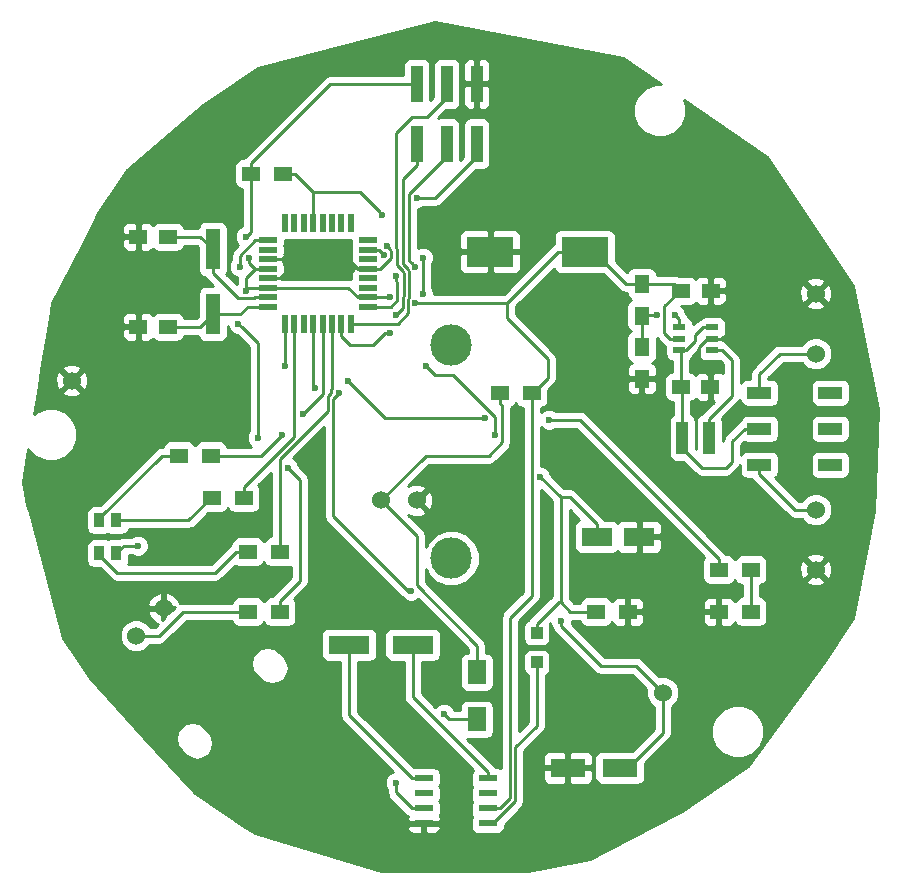
<source format=gbr>
G04 #@! TF.FileFunction,Copper,L1,Top,Signal*
%FSLAX46Y46*%
G04 Gerber Fmt 4.6, Leading zero omitted, Abs format (unit mm)*
G04 Created by KiCad (PCBNEW 4.0.7) date 07/15/18 17:53:39*
%MOMM*%
%LPD*%
G01*
G04 APERTURE LIST*
%ADD10C,0.100000*%
%ADD11C,1.524000*%
%ADD12R,1.600000X0.550000*%
%ADD13R,0.550000X1.600000*%
%ADD14R,1.500000X1.250000*%
%ADD15R,3.000000X1.600000*%
%ADD16R,1.600000X2.000000*%
%ADD17R,2.600000X1.600000*%
%ADD18R,3.500000X1.600000*%
%ADD19R,1.500000X1.300000*%
%ADD20R,1.000000X2.750000*%
%ADD21R,1.300000X1.500000*%
%ADD22R,2.000000X1.100000*%
%ADD23R,4.000000X2.500000*%
%ADD24R,1.100000X0.600000*%
%ADD25R,1.200000X3.500000*%
%ADD26R,1.000000X1.000000*%
%ADD27R,1.550000X0.600000*%
%ADD28R,1.000000X3.150000*%
%ADD29R,0.900000X1.200000*%
%ADD30C,3.500000*%
%ADD31C,0.600000*%
%ADD32C,0.250000*%
%ADD33C,0.254000*%
G04 APERTURE END LIST*
D10*
D11*
X125635501Y-113232377D03*
X123300634Y-115567244D03*
D12*
X134434000Y-82106000D03*
X134434000Y-82906000D03*
X134434000Y-83706000D03*
X134434000Y-84506000D03*
X134434000Y-85306000D03*
X134434000Y-86106000D03*
X134434000Y-86906000D03*
X134434000Y-87706000D03*
D13*
X135884000Y-89156000D03*
X136684000Y-89156000D03*
X137484000Y-89156000D03*
X138284000Y-89156000D03*
X139084000Y-89156000D03*
X139884000Y-89156000D03*
X140684000Y-89156000D03*
X141484000Y-89156000D03*
D12*
X142934000Y-87706000D03*
X142934000Y-86906000D03*
X142934000Y-86106000D03*
X142934000Y-85306000D03*
X142934000Y-84506000D03*
X142934000Y-83706000D03*
X142934000Y-82906000D03*
X142934000Y-82106000D03*
D13*
X141484000Y-80656000D03*
X140684000Y-80656000D03*
X139884000Y-80656000D03*
X139084000Y-80656000D03*
X138284000Y-80656000D03*
X137484000Y-80656000D03*
X136684000Y-80656000D03*
X135884000Y-80656000D03*
D14*
X169418000Y-94488000D03*
X171918000Y-94488000D03*
X169438000Y-86360000D03*
X171938000Y-86360000D03*
D15*
X164252000Y-126746000D03*
X159852000Y-126746000D03*
D14*
X125984000Y-81788000D03*
X123484000Y-81788000D03*
X125984000Y-89408000D03*
X123484000Y-89408000D03*
D16*
X152146000Y-122650000D03*
X152146000Y-118650000D03*
D17*
X162284000Y-107188000D03*
X165884000Y-107188000D03*
D18*
X141318000Y-116332000D03*
X146718000Y-116332000D03*
D19*
X172640000Y-113538000D03*
X175340000Y-113538000D03*
D20*
X171838000Y-98806000D03*
X169538000Y-98806000D03*
D11*
X167894000Y-120396000D03*
X117856000Y-93980000D03*
D21*
X166116000Y-85772000D03*
X166116000Y-88472000D03*
X166116000Y-91106000D03*
X166116000Y-93806000D03*
D19*
X133016000Y-76454000D03*
X135716000Y-76454000D03*
X132762000Y-113538000D03*
X135462000Y-113538000D03*
X175340000Y-109982000D03*
X172640000Y-109982000D03*
X129714000Y-103886000D03*
X132414000Y-103886000D03*
X132762000Y-108458000D03*
X135462000Y-108458000D03*
X126920000Y-100330000D03*
X129620000Y-100330000D03*
X154098000Y-94996000D03*
X156798000Y-94996000D03*
X164926000Y-113538000D03*
X162226000Y-113538000D03*
D22*
X176070000Y-94994000D03*
X176070000Y-98044000D03*
X176070000Y-101094000D03*
X182070000Y-98044000D03*
X182070000Y-94994000D03*
X182070000Y-101094000D03*
D23*
X161290000Y-83058000D03*
X153290000Y-83058000D03*
D24*
X169288000Y-91374000D03*
X172088000Y-91374000D03*
X169288000Y-90424000D03*
X172088000Y-90424000D03*
X169288000Y-89474000D03*
X172088000Y-89474000D03*
D25*
X129794000Y-82848000D03*
X129794000Y-88348000D03*
D26*
X157226000Y-115316000D03*
X157226000Y-117816000D03*
D27*
X147668000Y-127635000D03*
X147668000Y-128905000D03*
X147668000Y-130175000D03*
X147668000Y-131445000D03*
X153068000Y-131445000D03*
X153068000Y-130175000D03*
X153068000Y-128905000D03*
X153068000Y-127635000D03*
D11*
X180848000Y-104902000D03*
X180848000Y-109982000D03*
X180848000Y-91694000D03*
X180848000Y-86614000D03*
D28*
X147066000Y-73899000D03*
X147066000Y-68849000D03*
X149606000Y-73899000D03*
X149606000Y-68849000D03*
X152146000Y-73899000D03*
X152146000Y-68849000D03*
D29*
X120179000Y-108588000D03*
X120179000Y-105788000D03*
X121629000Y-108588000D03*
X121629000Y-105788000D03*
D30*
X150000000Y-91000000D03*
X150000000Y-109000000D03*
D11*
X144042000Y-104108000D03*
X147042000Y-104108000D03*
D31*
X148336000Y-82550000D03*
X144526000Y-82550000D03*
X132842000Y-83566000D03*
X132588000Y-81788000D03*
X146948990Y-87376000D03*
X123444000Y-107950000D03*
X132588000Y-86360000D03*
X144780000Y-86868000D03*
X159258000Y-114300000D03*
X146558000Y-111760000D03*
X138430000Y-94605010D03*
X140462000Y-94996000D03*
X149352000Y-122174000D03*
X145288000Y-128016000D03*
X147828000Y-92710000D03*
X157480000Y-102108000D03*
X153670000Y-98552000D03*
X147574000Y-86614000D03*
X147574000Y-83566000D03*
X144272000Y-83312000D03*
X145318800Y-85101485D03*
X146948990Y-84328000D03*
X145304610Y-88406292D03*
X144780000Y-89916000D03*
X144154990Y-79911401D03*
X147067032Y-78486000D03*
X167386000Y-88392000D03*
X168910000Y-88392000D03*
X131962990Y-89154000D03*
X132080000Y-84328000D03*
X133604000Y-98806000D03*
X136144000Y-101346000D03*
X152828651Y-97164990D03*
X158242000Y-97282000D03*
X141224000Y-93980000D03*
X135890000Y-92710000D03*
X137414000Y-96774000D03*
X135636000Y-98552000D03*
D32*
X180848000Y-91694000D02*
X177800000Y-91694000D01*
X177800000Y-91694000D02*
X176070000Y-93424000D01*
X176070000Y-93424000D02*
X176070000Y-94994000D01*
X170942000Y-92637000D02*
X170942000Y-91084998D01*
X170942000Y-91084998D02*
X171602998Y-90424000D01*
X171602998Y-90424000D02*
X172088000Y-90424000D01*
X171918000Y-94488000D02*
X171918000Y-93613000D01*
X171918000Y-93613000D02*
X170942000Y-92637000D01*
X143984000Y-84506000D02*
X144897002Y-83592998D01*
X144825999Y-82940995D02*
X144825999Y-82849999D01*
X144897002Y-83592998D02*
X144897002Y-83011998D01*
X144897002Y-83011998D02*
X144825999Y-82940995D01*
X142934000Y-84506000D02*
X143984000Y-84506000D01*
X144825999Y-82849999D02*
X144526000Y-82550000D01*
X134434000Y-83706000D02*
X136398000Y-83706000D01*
X136398000Y-83706000D02*
X141273998Y-83706000D01*
X134434000Y-85306000D02*
X135484000Y-85306000D01*
X135484000Y-85306000D02*
X136398000Y-84392000D01*
X136398000Y-84392000D02*
X136398000Y-83706000D01*
X141273998Y-83706000D02*
X142073998Y-84506000D01*
X142073998Y-84506000D02*
X142934000Y-84506000D01*
X169863589Y-91374000D02*
X169288000Y-91374000D01*
X170622000Y-90615589D02*
X169863589Y-91374000D01*
X170622000Y-90140000D02*
X170622000Y-90615589D01*
X171288000Y-89474000D02*
X170622000Y-90140000D01*
X172088000Y-89474000D02*
X171288000Y-89474000D01*
X169288000Y-91374000D02*
X169773002Y-91374000D01*
X171673002Y-89474000D02*
X172088000Y-89474000D01*
X169418000Y-94488000D02*
X169418000Y-91504000D01*
X169418000Y-91504000D02*
X169288000Y-91374000D01*
X169538000Y-98806000D02*
X169538000Y-94608000D01*
X169538000Y-94608000D02*
X169418000Y-94488000D01*
X173228000Y-101346000D02*
X171203000Y-101346000D01*
X171203000Y-101346000D02*
X169538000Y-99681000D01*
X169538000Y-99681000D02*
X169538000Y-98806000D01*
X173736000Y-100838000D02*
X173228000Y-101346000D01*
X173736000Y-99128000D02*
X173736000Y-100838000D01*
X176070000Y-98044000D02*
X174820000Y-98044000D01*
X174820000Y-98044000D02*
X173736000Y-99128000D01*
X153068000Y-130175000D02*
X154093000Y-130175000D01*
X154940000Y-114046000D02*
X156798000Y-112188000D01*
X154093000Y-130175000D02*
X154940000Y-129328000D01*
X154940000Y-129328000D02*
X154940000Y-114046000D01*
X156798000Y-112188000D02*
X156798000Y-94996000D01*
X161290000Y-83058000D02*
X162040000Y-83058000D01*
X162040000Y-83058000D02*
X164754000Y-85772000D01*
X164754000Y-85772000D02*
X165216000Y-85772000D01*
X165216000Y-85772000D02*
X166116000Y-85772000D01*
X154722000Y-88682000D02*
X158178000Y-92138000D01*
X158178000Y-92138000D02*
X158178000Y-93716000D01*
X154722000Y-87376000D02*
X154722000Y-88682000D01*
X161290000Y-83058000D02*
X159040000Y-83058000D01*
X159040000Y-83058000D02*
X154722000Y-87376000D01*
X154722000Y-87376000D02*
X147373254Y-87376000D01*
X132842000Y-83566000D02*
X132842000Y-83990264D01*
X132842000Y-83990264D02*
X133357736Y-84506000D01*
X133357736Y-84506000D02*
X133384000Y-84506000D01*
X133016000Y-76454000D02*
X133016000Y-81360000D01*
X133016000Y-81360000D02*
X132588000Y-81788000D01*
X147373254Y-87376000D02*
X146948990Y-87376000D01*
X123444000Y-107950000D02*
X122267000Y-107950000D01*
X122267000Y-107950000D02*
X121629000Y-108588000D01*
X132588000Y-86106000D02*
X132588000Y-86360000D01*
X142934000Y-86906000D02*
X144742000Y-86906000D01*
X144742000Y-86906000D02*
X144780000Y-86868000D01*
X134434000Y-86106000D02*
X141273998Y-86106000D01*
X141273998Y-86106000D02*
X142073998Y-86906000D01*
X142073998Y-86906000D02*
X142934000Y-86906000D01*
X132588000Y-85302000D02*
X133384000Y-84506000D01*
X133384000Y-84506000D02*
X134434000Y-84506000D01*
X132588000Y-86106000D02*
X132588000Y-85302000D01*
X134434000Y-86106000D02*
X132588000Y-86106000D01*
X158178000Y-93716000D02*
X156898000Y-94996000D01*
X156898000Y-94996000D02*
X156798000Y-94996000D01*
X168011001Y-89947001D02*
X168011001Y-87661999D01*
X168488000Y-90424000D02*
X168011001Y-89947001D01*
X169288000Y-90424000D02*
X168488000Y-90424000D01*
X169313000Y-86360000D02*
X169438000Y-86360000D01*
X168011001Y-87661999D02*
X169313000Y-86360000D01*
X166116000Y-85772000D02*
X168850000Y-85772000D01*
X168850000Y-85772000D02*
X169438000Y-86360000D01*
X147066000Y-68849000D02*
X139721000Y-68849000D01*
X133016000Y-75554000D02*
X133016000Y-76454000D01*
X139721000Y-68849000D02*
X133016000Y-75554000D01*
X159258000Y-114300000D02*
X159258000Y-114724264D01*
X159258000Y-114724264D02*
X162643736Y-118110000D01*
X162643736Y-118110000D02*
X165608000Y-118110000D01*
X146304000Y-111760000D02*
X146558000Y-111760000D01*
X139954000Y-105410000D02*
X139954000Y-95504000D01*
X139954000Y-95504000D02*
X140462000Y-94996000D01*
X146304000Y-111760000D02*
X139954000Y-105410000D01*
X164252000Y-126746000D02*
X164952000Y-126746000D01*
X164952000Y-126746000D02*
X167894000Y-123804000D01*
X167894000Y-123804000D02*
X167894000Y-120396000D01*
X165608000Y-118110000D02*
X167894000Y-120396000D01*
X138284000Y-94459010D02*
X138430000Y-94605010D01*
X138284000Y-89156000D02*
X138284000Y-94459010D01*
X133384000Y-86906000D02*
X134434000Y-86906000D01*
X133304998Y-86985002D02*
X133384000Y-86906000D01*
X131931002Y-86985002D02*
X133304998Y-86985002D01*
X129794000Y-84848000D02*
X131931002Y-86985002D01*
X129794000Y-82848000D02*
X129794000Y-84848000D01*
X125984000Y-81788000D02*
X128734000Y-81788000D01*
X128734000Y-81788000D02*
X129794000Y-82848000D01*
X132124000Y-88348000D02*
X132766000Y-87706000D01*
X132766000Y-87706000D02*
X134434000Y-87706000D01*
X129794000Y-88348000D02*
X132124000Y-88348000D01*
X125984000Y-89408000D02*
X128734000Y-89408000D01*
X128734000Y-89408000D02*
X129794000Y-88348000D01*
X149352000Y-122174000D02*
X149828000Y-122650000D01*
X149828000Y-122650000D02*
X152146000Y-122650000D01*
X145288000Y-128820000D02*
X145288000Y-128016000D01*
X147668000Y-130175000D02*
X146643000Y-130175000D01*
X146643000Y-130175000D02*
X145288000Y-128820000D01*
X162284000Y-107188000D02*
X162284000Y-106138000D01*
X162284000Y-106138000D02*
X160010000Y-103864000D01*
X160010000Y-103864000D02*
X159236000Y-103864000D01*
X159236000Y-112718000D02*
X159074000Y-112718000D01*
X159074000Y-112718000D02*
X157226000Y-114566000D01*
X157226000Y-114566000D02*
X157226000Y-115316000D01*
X157480000Y-102108000D02*
X159236000Y-103864000D01*
X159236000Y-103864000D02*
X159236000Y-112718000D01*
X159236000Y-112718000D02*
X160056000Y-113538000D01*
X160056000Y-113538000D02*
X162226000Y-113538000D01*
X147828000Y-92710000D02*
X148590000Y-93472000D01*
X148590000Y-93472000D02*
X150114000Y-93472000D01*
X150114000Y-93472000D02*
X153670000Y-97028000D01*
X153670000Y-97028000D02*
X153670000Y-98552000D01*
X147574000Y-83566000D02*
X147574000Y-86614000D01*
X143866000Y-82906000D02*
X144272000Y-83312000D01*
X142934000Y-82906000D02*
X143866000Y-82906000D01*
X175340000Y-109982000D02*
X175340000Y-110882000D01*
X175340000Y-110882000D02*
X175340000Y-113538000D01*
X129984000Y-110236000D02*
X121677000Y-110236000D01*
X121677000Y-110236000D02*
X120179000Y-108738000D01*
X120179000Y-108738000D02*
X120179000Y-108588000D01*
X132762000Y-108458000D02*
X131762000Y-108458000D01*
X131762000Y-108458000D02*
X129984000Y-110236000D01*
X126920000Y-100330000D02*
X125487000Y-100330000D01*
X125487000Y-100330000D02*
X120179000Y-105638000D01*
X120179000Y-105638000D02*
X120179000Y-105788000D01*
X121629000Y-105788000D02*
X127712000Y-105788000D01*
X127712000Y-105788000D02*
X129614000Y-103886000D01*
X129614000Y-103886000D02*
X129714000Y-103886000D01*
X155390011Y-125035600D02*
X157226000Y-123199611D01*
X157226000Y-123199611D02*
X157226000Y-117816000D01*
X153543000Y-131445000D02*
X153068000Y-131445000D01*
X155390011Y-129597989D02*
X153543000Y-131445000D01*
X155390011Y-125035600D02*
X155390011Y-129597989D01*
X146323989Y-88281015D02*
X145449004Y-89156000D01*
X147066000Y-73899000D02*
X147066000Y-75724000D01*
X142009000Y-89156000D02*
X141484000Y-89156000D01*
X145449004Y-89156000D02*
X142009000Y-89156000D01*
X146323988Y-84628002D02*
X146400987Y-84705001D01*
X145913002Y-84123389D02*
X146323988Y-84534375D01*
X146323988Y-84534375D02*
X146323988Y-84628002D01*
X146400987Y-84705001D02*
X146400987Y-86999001D01*
X146323989Y-87075999D02*
X146323989Y-88281015D01*
X145913002Y-76876998D02*
X145913002Y-84123389D01*
X147066000Y-75724000D02*
X145913002Y-76876998D01*
X146400987Y-86999001D02*
X146323989Y-87075999D01*
X145405002Y-85611951D02*
X145318800Y-85525749D01*
X145405002Y-87168002D02*
X145405002Y-85611951D01*
X142934000Y-87706000D02*
X144867004Y-87706000D01*
X144867004Y-87706000D02*
X145405002Y-87168002D01*
X146648991Y-84028001D02*
X146948990Y-84328000D01*
X146442022Y-78137978D02*
X146442022Y-83821032D01*
X149606000Y-74974000D02*
X146442022Y-78137978D01*
X149606000Y-73899000D02*
X149606000Y-74974000D01*
X146442022Y-83821032D02*
X146648991Y-84028001D01*
X145318800Y-85525749D02*
X145318800Y-85101485D01*
X145950976Y-86812601D02*
X145873978Y-86889599D01*
X145604609Y-88106293D02*
X145304610Y-88406292D01*
X147902000Y-71628000D02*
X146676998Y-71628000D01*
X145873978Y-86889599D02*
X145873978Y-87836924D01*
X145347013Y-82825598D02*
X145347013Y-84193811D01*
X145288000Y-82766585D02*
X145347013Y-82825598D01*
X145288000Y-73016998D02*
X145288000Y-82766585D01*
X145873977Y-84720775D02*
X145873977Y-84814402D01*
X145873978Y-87836924D02*
X145604609Y-88106293D01*
X146676998Y-71628000D02*
X145288000Y-73016998D01*
X149606000Y-69924000D02*
X147902000Y-71628000D01*
X149606000Y-68849000D02*
X149606000Y-69924000D01*
X145873977Y-84814402D02*
X145950976Y-84891401D01*
X145950976Y-84891401D02*
X145950976Y-86812601D01*
X145347013Y-84193811D02*
X145873977Y-84720775D01*
X143339736Y-90932000D02*
X141410000Y-90932000D01*
X141410000Y-90932000D02*
X140684000Y-90206000D01*
X140684000Y-90206000D02*
X140684000Y-89156000D01*
X144780000Y-89916000D02*
X144355736Y-89916000D01*
X144355736Y-89916000D02*
X143339736Y-90932000D01*
X143854991Y-79611402D02*
X144154990Y-79911401D01*
X138284000Y-78022000D02*
X142265589Y-78022000D01*
X142265589Y-78022000D02*
X143854991Y-79611402D01*
X152146000Y-74974000D02*
X148634000Y-78486000D01*
X152146000Y-73899000D02*
X152146000Y-74974000D01*
X147491296Y-78486000D02*
X147067032Y-78486000D01*
X148634000Y-78486000D02*
X147491296Y-78486000D01*
X135716000Y-76454000D02*
X136716000Y-76454000D01*
X136716000Y-76454000D02*
X138284000Y-78022000D01*
X138284000Y-78022000D02*
X138284000Y-79606000D01*
X138284000Y-79606000D02*
X138284000Y-80656000D01*
X173736000Y-92222000D02*
X173736000Y-95283000D01*
X173736000Y-95283000D02*
X171838000Y-97181000D01*
X171838000Y-97181000D02*
X171838000Y-98806000D01*
X172088000Y-91374000D02*
X172888000Y-91374000D01*
X172888000Y-91374000D02*
X173736000Y-92222000D01*
X131492000Y-113538000D02*
X132762000Y-113538000D01*
X131492000Y-113538000D02*
X127254000Y-113538000D01*
X127254000Y-113538000D02*
X125224756Y-115567244D01*
X125224756Y-115567244D02*
X123300634Y-115567244D01*
X167386000Y-88392000D02*
X166196000Y-88392000D01*
X166196000Y-88392000D02*
X166116000Y-88472000D01*
X169288000Y-89474000D02*
X169288000Y-88770000D01*
X169288000Y-88770000D02*
X168910000Y-88392000D01*
X166116000Y-88572000D02*
X166116000Y-88472000D01*
X166116000Y-91106000D02*
X166116000Y-88472000D01*
X135462000Y-113538000D02*
X135462000Y-112638000D01*
X135462000Y-112638000D02*
X137160000Y-110940000D01*
X137160000Y-110940000D02*
X137160000Y-102362000D01*
X137160000Y-102362000D02*
X136144000Y-101346000D01*
X133384000Y-82106000D02*
X134434000Y-82106000D01*
X132080000Y-83410000D02*
X133384000Y-82106000D01*
X132080000Y-84328000D02*
X132080000Y-83410000D01*
X133604000Y-98806000D02*
X133604000Y-90795010D01*
X132262989Y-89453999D02*
X131962990Y-89154000D01*
X133604000Y-90795010D02*
X132262989Y-89453999D01*
X172640000Y-109982000D02*
X172640000Y-109082000D01*
X172640000Y-109082000D02*
X160840000Y-97282000D01*
X160840000Y-97282000D02*
X159353002Y-97282000D01*
X144408990Y-97164990D02*
X152404387Y-97164990D01*
X141224000Y-93980000D02*
X144408990Y-97164990D01*
X152404387Y-97164990D02*
X152828651Y-97164990D01*
X159353002Y-97282000D02*
X158242000Y-97282000D01*
X135884000Y-89156000D02*
X135884000Y-92704000D01*
X135884000Y-92704000D02*
X135890000Y-92710000D01*
X132414000Y-103886000D02*
X132414000Y-102986000D01*
X132414000Y-102986000D02*
X136684000Y-98716000D01*
X136684000Y-98716000D02*
X136684000Y-90206000D01*
X136684000Y-90206000D02*
X136684000Y-89156000D01*
X139884000Y-94648998D02*
X139884000Y-90206000D01*
X139836999Y-94984591D02*
X139836999Y-94695999D01*
X139503989Y-95317600D02*
X139836999Y-94984591D01*
X139503989Y-96532422D02*
X139503989Y-95317600D01*
X135462000Y-100574411D02*
X139503989Y-96532422D01*
X139836999Y-94695999D02*
X139884000Y-94648998D01*
X135462000Y-108458000D02*
X135462000Y-100574411D01*
X139884000Y-90206000D02*
X139884000Y-89156000D01*
X137414000Y-96774000D02*
X139084000Y-95104000D01*
X139084000Y-95104000D02*
X139084000Y-89156000D01*
X129620000Y-100330000D02*
X133858000Y-100330000D01*
X133858000Y-100330000D02*
X135636000Y-98552000D01*
X144042000Y-104108000D02*
X147820000Y-100330000D01*
X147820000Y-100330000D02*
X153162000Y-100330000D01*
X153162000Y-100330000D02*
X154295002Y-99196998D01*
X147042000Y-111318996D02*
X147042000Y-107108000D01*
X147042000Y-107108000D02*
X144042000Y-104108000D01*
X152146000Y-116422996D02*
X147042000Y-111318996D01*
X152146000Y-118650000D02*
X152146000Y-116422996D01*
X154295002Y-96093002D02*
X154295002Y-99196998D01*
X154098000Y-95896000D02*
X154295002Y-96093002D01*
X154098000Y-94996000D02*
X154098000Y-95896000D01*
X147668000Y-127635000D02*
X146643000Y-127635000D01*
X146643000Y-127635000D02*
X141318000Y-122310000D01*
X141318000Y-122310000D02*
X141318000Y-117382000D01*
X141318000Y-117382000D02*
X141318000Y-116332000D01*
X153068000Y-127635000D02*
X153068000Y-127085000D01*
X153068000Y-127085000D02*
X146718000Y-120735000D01*
X146718000Y-120735000D02*
X146718000Y-117382000D01*
X146718000Y-117382000D02*
X146718000Y-116332000D01*
X179324000Y-104902000D02*
X180848000Y-104902000D01*
X176070000Y-101094000D02*
X176070000Y-101894000D01*
X176070000Y-101894000D02*
X179078000Y-104902000D01*
X179078000Y-104902000D02*
X179324000Y-104902000D01*
D33*
G36*
X164542033Y-66667766D02*
X167767261Y-68885110D01*
X167197381Y-68884613D01*
X166375628Y-69224155D01*
X165746364Y-69852321D01*
X165405389Y-70673481D01*
X165404613Y-71562619D01*
X165744155Y-72384372D01*
X166372321Y-73013636D01*
X167193481Y-73354611D01*
X168082619Y-73355387D01*
X168904372Y-73015845D01*
X169533636Y-72387679D01*
X169874611Y-71566519D01*
X169875387Y-70677381D01*
X169677466Y-70198376D01*
X176691897Y-75020797D01*
X184002616Y-85986875D01*
X186075583Y-96408384D01*
X185787939Y-105037701D01*
X183989528Y-114078923D01*
X181517915Y-117777954D01*
X175092862Y-126630249D01*
X169485578Y-130376916D01*
X161736236Y-134455517D01*
X156440022Y-135509000D01*
X144036754Y-135509000D01*
X133380634Y-132292058D01*
X132540578Y-131730750D01*
X146258000Y-131730750D01*
X146258000Y-131871310D01*
X146354673Y-132104699D01*
X146533302Y-132283327D01*
X146766691Y-132380000D01*
X147382250Y-132380000D01*
X147541000Y-132221250D01*
X147541000Y-131572000D01*
X147795000Y-131572000D01*
X147795000Y-132221250D01*
X147953750Y-132380000D01*
X148569309Y-132380000D01*
X148802698Y-132283327D01*
X148981327Y-132104699D01*
X149078000Y-131871310D01*
X149078000Y-131730750D01*
X148919250Y-131572000D01*
X147795000Y-131572000D01*
X147541000Y-131572000D01*
X146416750Y-131572000D01*
X146258000Y-131730750D01*
X132540578Y-131730750D01*
X128268800Y-128876440D01*
X124070570Y-124274534D01*
X126671612Y-124274534D01*
X126777039Y-124804550D01*
X127077269Y-125253877D01*
X127476123Y-125652731D01*
X127925450Y-125952962D01*
X128455466Y-126058388D01*
X128985482Y-125952962D01*
X129434809Y-125652731D01*
X129735040Y-125203404D01*
X129840466Y-124673388D01*
X129735040Y-124143372D01*
X129434809Y-123694045D01*
X129035955Y-123295191D01*
X128586628Y-122994961D01*
X128056612Y-122889534D01*
X127526596Y-122994961D01*
X127077269Y-123295191D01*
X126777039Y-123744518D01*
X126671612Y-124274534D01*
X124070570Y-124274534D01*
X119407893Y-119163523D01*
X118570699Y-117910573D01*
X133035573Y-117910573D01*
X133141000Y-118440589D01*
X133441230Y-118889916D01*
X133840084Y-119288770D01*
X134289411Y-119589001D01*
X134819427Y-119694427D01*
X135349443Y-119589001D01*
X135798770Y-119288770D01*
X136099001Y-118839443D01*
X136204427Y-118309427D01*
X136099001Y-117779411D01*
X135798770Y-117330084D01*
X135399916Y-116931230D01*
X134950589Y-116631000D01*
X134420573Y-116525573D01*
X133890557Y-116631000D01*
X133441230Y-116931230D01*
X133141000Y-117380557D01*
X133035573Y-117910573D01*
X118570699Y-117910573D01*
X117114409Y-115731081D01*
X116352069Y-112885008D01*
X124254139Y-112885008D01*
X124376270Y-113105377D01*
X125508501Y-113105377D01*
X125508501Y-111973146D01*
X125288132Y-111851015D01*
X124785950Y-112089097D01*
X124413104Y-112501233D01*
X124254139Y-112885008D01*
X116352069Y-112885008D01*
X114290370Y-105188000D01*
X119081560Y-105188000D01*
X119081560Y-106388000D01*
X119125838Y-106623317D01*
X119264910Y-106839441D01*
X119477110Y-106984431D01*
X119729000Y-107035440D01*
X120629000Y-107035440D01*
X120864317Y-106991162D01*
X120901728Y-106967088D01*
X120927110Y-106984431D01*
X121179000Y-107035440D01*
X122079000Y-107035440D01*
X122314317Y-106991162D01*
X122530441Y-106852090D01*
X122675431Y-106639890D01*
X122694039Y-106548000D01*
X127712000Y-106548000D01*
X128002839Y-106490148D01*
X128249401Y-106325401D01*
X129391362Y-105183440D01*
X130464000Y-105183440D01*
X130699317Y-105139162D01*
X130915441Y-105000090D01*
X131060431Y-104787890D01*
X131063081Y-104774803D01*
X131199910Y-104987441D01*
X131412110Y-105132431D01*
X131664000Y-105183440D01*
X133164000Y-105183440D01*
X133399317Y-105139162D01*
X133615441Y-105000090D01*
X133760431Y-104787890D01*
X133811440Y-104536000D01*
X133811440Y-103236000D01*
X133767162Y-103000683D01*
X133652425Y-102822377D01*
X134702000Y-101772802D01*
X134702000Y-107162442D01*
X134476683Y-107204838D01*
X134260559Y-107343910D01*
X134115569Y-107556110D01*
X134112919Y-107569197D01*
X133976090Y-107356559D01*
X133763890Y-107211569D01*
X133512000Y-107160560D01*
X132012000Y-107160560D01*
X131776683Y-107204838D01*
X131560559Y-107343910D01*
X131415569Y-107556110D01*
X131364560Y-107808000D01*
X131364560Y-107827080D01*
X131224599Y-107920599D01*
X129669198Y-109476000D01*
X122650758Y-109476000D01*
X122675431Y-109439890D01*
X122726440Y-109188000D01*
X122726440Y-108710000D01*
X122881537Y-108710000D01*
X122913673Y-108742192D01*
X123257201Y-108884838D01*
X123629167Y-108885162D01*
X123972943Y-108743117D01*
X124236192Y-108480327D01*
X124378838Y-108136799D01*
X124379162Y-107764833D01*
X124237117Y-107421057D01*
X123974327Y-107157808D01*
X123630799Y-107015162D01*
X123258833Y-107014838D01*
X122915057Y-107156883D01*
X122881882Y-107190000D01*
X122267000Y-107190000D01*
X121976160Y-107247852D01*
X121837413Y-107340560D01*
X121179000Y-107340560D01*
X120943683Y-107384838D01*
X120906272Y-107408912D01*
X120880890Y-107391569D01*
X120629000Y-107340560D01*
X119729000Y-107340560D01*
X119493683Y-107384838D01*
X119277559Y-107523910D01*
X119132569Y-107736110D01*
X119081560Y-107988000D01*
X119081560Y-109188000D01*
X119125838Y-109423317D01*
X119264910Y-109639441D01*
X119477110Y-109784431D01*
X119729000Y-109835440D01*
X120201638Y-109835440D01*
X121139599Y-110773401D01*
X121386161Y-110938148D01*
X121677000Y-110996000D01*
X129984000Y-110996000D01*
X130274839Y-110938148D01*
X130521401Y-110773401D01*
X131659271Y-109635531D01*
X131760110Y-109704431D01*
X132012000Y-109755440D01*
X133512000Y-109755440D01*
X133747317Y-109711162D01*
X133963441Y-109572090D01*
X134108431Y-109359890D01*
X134111081Y-109346803D01*
X134247910Y-109559441D01*
X134460110Y-109704431D01*
X134712000Y-109755440D01*
X136212000Y-109755440D01*
X136400000Y-109720065D01*
X136400000Y-110625198D01*
X134924599Y-112100599D01*
X134831080Y-112240560D01*
X134712000Y-112240560D01*
X134476683Y-112284838D01*
X134260559Y-112423910D01*
X134115569Y-112636110D01*
X134112919Y-112649197D01*
X133976090Y-112436559D01*
X133763890Y-112291569D01*
X133512000Y-112240560D01*
X132012000Y-112240560D01*
X131776683Y-112284838D01*
X131560559Y-112423910D01*
X131415569Y-112636110D01*
X131386836Y-112778000D01*
X127254000Y-112778000D01*
X126990939Y-112830326D01*
X126778781Y-112382826D01*
X126366645Y-112009980D01*
X125982870Y-111851015D01*
X125762501Y-111973146D01*
X125762501Y-113105377D01*
X126611821Y-113105377D01*
X126357821Y-113359377D01*
X125942109Y-113359377D01*
X125829250Y-113246518D01*
X125649642Y-113426126D01*
X125762501Y-113538985D01*
X125762501Y-113954697D01*
X125508501Y-114208697D01*
X125508501Y-113359377D01*
X124376270Y-113359377D01*
X124254139Y-113579746D01*
X124492221Y-114081928D01*
X124904357Y-114454774D01*
X125157549Y-114559649D01*
X124909954Y-114807244D01*
X124498165Y-114807244D01*
X124485644Y-114776941D01*
X124093004Y-114383615D01*
X123579734Y-114170487D01*
X123023973Y-114170002D01*
X122510331Y-114382234D01*
X122117005Y-114774874D01*
X121903877Y-115288144D01*
X121903392Y-115843905D01*
X122115624Y-116357547D01*
X122508264Y-116750873D01*
X123021534Y-116964001D01*
X123577295Y-116964486D01*
X124090937Y-116752254D01*
X124484263Y-116359614D01*
X124497704Y-116327244D01*
X125224756Y-116327244D01*
X125515595Y-116269392D01*
X125762157Y-116104645D01*
X126334802Y-115532000D01*
X138920560Y-115532000D01*
X138920560Y-117132000D01*
X138964838Y-117367317D01*
X139103910Y-117583441D01*
X139316110Y-117728431D01*
X139568000Y-117779440D01*
X140558000Y-117779440D01*
X140558000Y-122310000D01*
X140615852Y-122600839D01*
X140780599Y-122847401D01*
X145039999Y-127106801D01*
X144759057Y-127222883D01*
X144495808Y-127485673D01*
X144353162Y-127829201D01*
X144352838Y-128201167D01*
X144494883Y-128544943D01*
X144528000Y-128578118D01*
X144528000Y-128820000D01*
X144585852Y-129110839D01*
X144750599Y-129357401D01*
X146105599Y-130712401D01*
X146324331Y-130858553D01*
X146258000Y-131018690D01*
X146258000Y-131159250D01*
X146416750Y-131318000D01*
X147541000Y-131318000D01*
X147541000Y-131298000D01*
X147795000Y-131298000D01*
X147795000Y-131318000D01*
X148919250Y-131318000D01*
X149078000Y-131159250D01*
X149078000Y-131018690D01*
X148988194Y-130801878D01*
X149039431Y-130726890D01*
X149090440Y-130475000D01*
X149090440Y-129875000D01*
X149046162Y-129639683D01*
X148982322Y-129540472D01*
X149039431Y-129456890D01*
X149090440Y-129205000D01*
X149090440Y-128605000D01*
X149046162Y-128369683D01*
X148982322Y-128270472D01*
X149039431Y-128186890D01*
X149090440Y-127935000D01*
X149090440Y-127335000D01*
X149046162Y-127099683D01*
X148907090Y-126883559D01*
X148694890Y-126738569D01*
X148443000Y-126687560D01*
X146893000Y-126687560D01*
X146789784Y-126706982D01*
X142078000Y-121995198D01*
X142078000Y-117779440D01*
X143068000Y-117779440D01*
X143303317Y-117735162D01*
X143519441Y-117596090D01*
X143664431Y-117383890D01*
X143715440Y-117132000D01*
X143715440Y-115532000D01*
X143671162Y-115296683D01*
X143532090Y-115080559D01*
X143319890Y-114935569D01*
X143068000Y-114884560D01*
X139568000Y-114884560D01*
X139332683Y-114928838D01*
X139116559Y-115067910D01*
X138971569Y-115280110D01*
X138920560Y-115532000D01*
X126334802Y-115532000D01*
X127568802Y-114298000D01*
X131385258Y-114298000D01*
X131408838Y-114423317D01*
X131547910Y-114639441D01*
X131760110Y-114784431D01*
X132012000Y-114835440D01*
X133512000Y-114835440D01*
X133747317Y-114791162D01*
X133963441Y-114652090D01*
X134108431Y-114439890D01*
X134111081Y-114426803D01*
X134247910Y-114639441D01*
X134460110Y-114784431D01*
X134712000Y-114835440D01*
X136212000Y-114835440D01*
X136447317Y-114791162D01*
X136663441Y-114652090D01*
X136808431Y-114439890D01*
X136859440Y-114188000D01*
X136859440Y-112888000D01*
X136815162Y-112652683D01*
X136700425Y-112474377D01*
X137697401Y-111477401D01*
X137862148Y-111230839D01*
X137920000Y-110940000D01*
X137920000Y-102362000D01*
X137862148Y-102071161D01*
X137697401Y-101824599D01*
X137079122Y-101206320D01*
X137079162Y-101160833D01*
X136937117Y-100817057D01*
X136674327Y-100553808D01*
X136591711Y-100519502D01*
X139194000Y-97917213D01*
X139194000Y-105410000D01*
X139251852Y-105700839D01*
X139416599Y-105947401D01*
X145766599Y-112297401D01*
X145786802Y-112310900D01*
X146027673Y-112552192D01*
X146371201Y-112694838D01*
X146743167Y-112695162D01*
X147086943Y-112553117D01*
X147144181Y-112495979D01*
X151386000Y-116737798D01*
X151386000Y-117002560D01*
X151346000Y-117002560D01*
X151110683Y-117046838D01*
X150894559Y-117185910D01*
X150749569Y-117398110D01*
X150698560Y-117650000D01*
X150698560Y-119650000D01*
X150742838Y-119885317D01*
X150881910Y-120101441D01*
X151094110Y-120246431D01*
X151346000Y-120297440D01*
X152946000Y-120297440D01*
X153181317Y-120253162D01*
X153397441Y-120114090D01*
X153542431Y-119901890D01*
X153593440Y-119650000D01*
X153593440Y-117650000D01*
X153549162Y-117414683D01*
X153410090Y-117198559D01*
X153197890Y-117053569D01*
X152946000Y-117002560D01*
X152906000Y-117002560D01*
X152906000Y-116422996D01*
X152848148Y-116132157D01*
X152683401Y-115885595D01*
X147802000Y-111004194D01*
X147802000Y-109925900D01*
X147976916Y-110349229D01*
X148647242Y-111020726D01*
X149523513Y-111384585D01*
X150472325Y-111385413D01*
X151349229Y-111023084D01*
X152020726Y-110352758D01*
X152384585Y-109476487D01*
X152385413Y-108527675D01*
X152023084Y-107650771D01*
X151352758Y-106979274D01*
X150476487Y-106615415D01*
X149527675Y-106614587D01*
X148650771Y-106976916D01*
X147979274Y-107647242D01*
X147802000Y-108074166D01*
X147802000Y-107108000D01*
X147744148Y-106817161D01*
X147579401Y-106570599D01*
X146354919Y-105346117D01*
X146834302Y-105517144D01*
X147389368Y-105489362D01*
X147773143Y-105330397D01*
X147842608Y-105088213D01*
X147042000Y-104287605D01*
X147027858Y-104301748D01*
X146848253Y-104122143D01*
X146862395Y-104108000D01*
X147221605Y-104108000D01*
X148022213Y-104908608D01*
X148264397Y-104839143D01*
X148451144Y-104315698D01*
X148423362Y-103760632D01*
X148264397Y-103376857D01*
X148022213Y-103307392D01*
X147221605Y-104108000D01*
X146862395Y-104108000D01*
X146848253Y-104093858D01*
X147027858Y-103914253D01*
X147042000Y-103928395D01*
X147842608Y-103127787D01*
X147773143Y-102885603D01*
X147249698Y-102698856D01*
X146694632Y-102726638D01*
X146359240Y-102865562D01*
X148134802Y-101090000D01*
X153162000Y-101090000D01*
X153452839Y-101032148D01*
X153699401Y-100867401D01*
X154832403Y-99734399D01*
X154997150Y-99487837D01*
X155055002Y-99196998D01*
X155055002Y-96254490D01*
X155083317Y-96249162D01*
X155299441Y-96110090D01*
X155444431Y-95897890D01*
X155447081Y-95884803D01*
X155583910Y-96097441D01*
X155796110Y-96242431D01*
X156038000Y-96291415D01*
X156038000Y-111873198D01*
X154402599Y-113508599D01*
X154237852Y-113755161D01*
X154180000Y-114046000D01*
X154180000Y-126796722D01*
X154094890Y-126738569D01*
X153843000Y-126687560D01*
X153698920Y-126687560D01*
X153605401Y-126547599D01*
X151355242Y-124297440D01*
X152946000Y-124297440D01*
X153181317Y-124253162D01*
X153397441Y-124114090D01*
X153542431Y-123901890D01*
X153593440Y-123650000D01*
X153593440Y-121650000D01*
X153549162Y-121414683D01*
X153410090Y-121198559D01*
X153197890Y-121053569D01*
X152946000Y-121002560D01*
X151346000Y-121002560D01*
X151110683Y-121046838D01*
X150894559Y-121185910D01*
X150749569Y-121398110D01*
X150698560Y-121650000D01*
X150698560Y-121890000D01*
X150246325Y-121890000D01*
X150145117Y-121645057D01*
X149882327Y-121381808D01*
X149538799Y-121239162D01*
X149166833Y-121238838D01*
X148823057Y-121380883D01*
X148630703Y-121572901D01*
X147478000Y-120420198D01*
X147478000Y-117779440D01*
X148468000Y-117779440D01*
X148703317Y-117735162D01*
X148919441Y-117596090D01*
X149064431Y-117383890D01*
X149115440Y-117132000D01*
X149115440Y-115532000D01*
X149071162Y-115296683D01*
X148932090Y-115080559D01*
X148719890Y-114935569D01*
X148468000Y-114884560D01*
X144968000Y-114884560D01*
X144732683Y-114928838D01*
X144516559Y-115067910D01*
X144371569Y-115280110D01*
X144320560Y-115532000D01*
X144320560Y-117132000D01*
X144364838Y-117367317D01*
X144503910Y-117583441D01*
X144716110Y-117728431D01*
X144968000Y-117779440D01*
X145958000Y-117779440D01*
X145958000Y-120735000D01*
X146015852Y-121025839D01*
X146180599Y-121272401D01*
X151816209Y-126908011D01*
X151696569Y-127083110D01*
X151645560Y-127335000D01*
X151645560Y-127935000D01*
X151689838Y-128170317D01*
X151753678Y-128269528D01*
X151696569Y-128353110D01*
X151645560Y-128605000D01*
X151645560Y-129205000D01*
X151689838Y-129440317D01*
X151753678Y-129539528D01*
X151696569Y-129623110D01*
X151645560Y-129875000D01*
X151645560Y-130475000D01*
X151689838Y-130710317D01*
X151753678Y-130809528D01*
X151696569Y-130893110D01*
X151645560Y-131145000D01*
X151645560Y-131745000D01*
X151689838Y-131980317D01*
X151828910Y-132196441D01*
X152041110Y-132341431D01*
X152293000Y-132392440D01*
X153843000Y-132392440D01*
X154078317Y-132348162D01*
X154294441Y-132209090D01*
X154439431Y-131996890D01*
X154490440Y-131745000D01*
X154490440Y-131572362D01*
X155927412Y-130135390D01*
X156092159Y-129888828D01*
X156150011Y-129597989D01*
X156150011Y-127031750D01*
X157717000Y-127031750D01*
X157717000Y-127672310D01*
X157813673Y-127905699D01*
X157992302Y-128084327D01*
X158225691Y-128181000D01*
X159566250Y-128181000D01*
X159725000Y-128022250D01*
X159725000Y-126873000D01*
X159979000Y-126873000D01*
X159979000Y-128022250D01*
X160137750Y-128181000D01*
X161478309Y-128181000D01*
X161711698Y-128084327D01*
X161890327Y-127905699D01*
X161987000Y-127672310D01*
X161987000Y-127031750D01*
X161828250Y-126873000D01*
X159979000Y-126873000D01*
X159725000Y-126873000D01*
X157875750Y-126873000D01*
X157717000Y-127031750D01*
X156150011Y-127031750D01*
X156150011Y-125819690D01*
X157717000Y-125819690D01*
X157717000Y-126460250D01*
X157875750Y-126619000D01*
X159725000Y-126619000D01*
X159725000Y-125469750D01*
X159979000Y-125469750D01*
X159979000Y-126619000D01*
X161828250Y-126619000D01*
X161987000Y-126460250D01*
X161987000Y-125819690D01*
X161890327Y-125586301D01*
X161711698Y-125407673D01*
X161478309Y-125311000D01*
X160137750Y-125311000D01*
X159979000Y-125469750D01*
X159725000Y-125469750D01*
X159566250Y-125311000D01*
X158225691Y-125311000D01*
X157992302Y-125407673D01*
X157813673Y-125586301D01*
X157717000Y-125819690D01*
X156150011Y-125819690D01*
X156150011Y-125350402D01*
X157763401Y-123737012D01*
X157928148Y-123490450D01*
X157986000Y-123199611D01*
X157986000Y-118903279D01*
X158177441Y-118780090D01*
X158322431Y-118567890D01*
X158373440Y-118316000D01*
X158373440Y-117316000D01*
X158329162Y-117080683D01*
X158190090Y-116864559D01*
X157977890Y-116719569D01*
X157726000Y-116668560D01*
X156726000Y-116668560D01*
X156490683Y-116712838D01*
X156274559Y-116851910D01*
X156129569Y-117064110D01*
X156078560Y-117316000D01*
X156078560Y-118316000D01*
X156122838Y-118551317D01*
X156261910Y-118767441D01*
X156466000Y-118906890D01*
X156466000Y-122884809D01*
X155700000Y-123650809D01*
X155700000Y-114360802D01*
X157335401Y-112725401D01*
X157500148Y-112478839D01*
X157558000Y-112188000D01*
X157558000Y-103260802D01*
X158476000Y-104178802D01*
X158476000Y-112241198D01*
X156688599Y-114028599D01*
X156576253Y-114196737D01*
X156490683Y-114212838D01*
X156274559Y-114351910D01*
X156129569Y-114564110D01*
X156078560Y-114816000D01*
X156078560Y-115816000D01*
X156122838Y-116051317D01*
X156261910Y-116267441D01*
X156474110Y-116412431D01*
X156726000Y-116463440D01*
X157726000Y-116463440D01*
X157961317Y-116419162D01*
X158177441Y-116280090D01*
X158322431Y-116067890D01*
X158373440Y-115816000D01*
X158373440Y-114816000D01*
X158329162Y-114580683D01*
X158312309Y-114554493D01*
X158340029Y-114526773D01*
X158464883Y-114828943D01*
X158532245Y-114896422D01*
X158555852Y-115015103D01*
X158720599Y-115261665D01*
X162106335Y-118647401D01*
X162352897Y-118812148D01*
X162643736Y-118870000D01*
X165293198Y-118870000D01*
X166509817Y-120086619D01*
X166497243Y-120116900D01*
X166496758Y-120672661D01*
X166708990Y-121186303D01*
X167101630Y-121579629D01*
X167134000Y-121593070D01*
X167134000Y-123489198D01*
X165324638Y-125298560D01*
X162752000Y-125298560D01*
X162516683Y-125342838D01*
X162300559Y-125481910D01*
X162155569Y-125694110D01*
X162104560Y-125946000D01*
X162104560Y-127546000D01*
X162148838Y-127781317D01*
X162287910Y-127997441D01*
X162500110Y-128142431D01*
X162752000Y-128193440D01*
X165752000Y-128193440D01*
X165987317Y-128149162D01*
X166203441Y-128010090D01*
X166348431Y-127797890D01*
X166399440Y-127546000D01*
X166399440Y-126373362D01*
X168431401Y-124341401D01*
X168565559Y-124140619D01*
X172008613Y-124140619D01*
X172348155Y-124962372D01*
X172976321Y-125591636D01*
X173797481Y-125932611D01*
X174686619Y-125933387D01*
X175508372Y-125593845D01*
X176137636Y-124965679D01*
X176478611Y-124144519D01*
X176479387Y-123255381D01*
X176139845Y-122433628D01*
X175511679Y-121804364D01*
X174690519Y-121463389D01*
X173801381Y-121462613D01*
X172979628Y-121802155D01*
X172350364Y-122430321D01*
X172009389Y-123251481D01*
X172008613Y-124140619D01*
X168565559Y-124140619D01*
X168596148Y-124094840D01*
X168654000Y-123804000D01*
X168654000Y-121593531D01*
X168684303Y-121581010D01*
X169077629Y-121188370D01*
X169290757Y-120675100D01*
X169291242Y-120119339D01*
X169079010Y-119605697D01*
X168686370Y-119212371D01*
X168173100Y-118999243D01*
X167617339Y-118998758D01*
X167584945Y-119012143D01*
X166145401Y-117572599D01*
X165898839Y-117407852D01*
X165608000Y-117350000D01*
X162958538Y-117350000D01*
X160164231Y-114555693D01*
X160192838Y-114486799D01*
X160193002Y-114298000D01*
X160849258Y-114298000D01*
X160872838Y-114423317D01*
X161011910Y-114639441D01*
X161224110Y-114784431D01*
X161476000Y-114835440D01*
X162976000Y-114835440D01*
X163211317Y-114791162D01*
X163427441Y-114652090D01*
X163572431Y-114439890D01*
X163579191Y-114406510D01*
X163637673Y-114547699D01*
X163816302Y-114726327D01*
X164049691Y-114823000D01*
X164640250Y-114823000D01*
X164799000Y-114664250D01*
X164799000Y-113665000D01*
X165053000Y-113665000D01*
X165053000Y-114664250D01*
X165211750Y-114823000D01*
X165802309Y-114823000D01*
X166035698Y-114726327D01*
X166214327Y-114547699D01*
X166311000Y-114314310D01*
X166311000Y-113823750D01*
X171255000Y-113823750D01*
X171255000Y-114314310D01*
X171351673Y-114547699D01*
X171530302Y-114726327D01*
X171763691Y-114823000D01*
X172354250Y-114823000D01*
X172513000Y-114664250D01*
X172513000Y-113665000D01*
X171413750Y-113665000D01*
X171255000Y-113823750D01*
X166311000Y-113823750D01*
X166152250Y-113665000D01*
X165053000Y-113665000D01*
X164799000Y-113665000D01*
X164779000Y-113665000D01*
X164779000Y-113411000D01*
X164799000Y-113411000D01*
X164799000Y-112411750D01*
X165053000Y-112411750D01*
X165053000Y-113411000D01*
X166152250Y-113411000D01*
X166311000Y-113252250D01*
X166311000Y-112761690D01*
X171255000Y-112761690D01*
X171255000Y-113252250D01*
X171413750Y-113411000D01*
X172513000Y-113411000D01*
X172513000Y-112411750D01*
X172354250Y-112253000D01*
X171763691Y-112253000D01*
X171530302Y-112349673D01*
X171351673Y-112528301D01*
X171255000Y-112761690D01*
X166311000Y-112761690D01*
X166214327Y-112528301D01*
X166035698Y-112349673D01*
X165802309Y-112253000D01*
X165211750Y-112253000D01*
X165053000Y-112411750D01*
X164799000Y-112411750D01*
X164640250Y-112253000D01*
X164049691Y-112253000D01*
X163816302Y-112349673D01*
X163637673Y-112528301D01*
X163581346Y-112664287D01*
X163579162Y-112652683D01*
X163440090Y-112436559D01*
X163227890Y-112291569D01*
X162976000Y-112240560D01*
X161476000Y-112240560D01*
X161240683Y-112284838D01*
X161024559Y-112423910D01*
X160879569Y-112636110D01*
X160850836Y-112778000D01*
X160370802Y-112778000D01*
X159996000Y-112403198D01*
X159996000Y-104924802D01*
X160839035Y-105767837D01*
X160748683Y-105784838D01*
X160532559Y-105923910D01*
X160387569Y-106136110D01*
X160336560Y-106388000D01*
X160336560Y-107988000D01*
X160380838Y-108223317D01*
X160519910Y-108439441D01*
X160732110Y-108584431D01*
X160984000Y-108635440D01*
X163584000Y-108635440D01*
X163819317Y-108591162D01*
X164035441Y-108452090D01*
X164081969Y-108383994D01*
X164224302Y-108526327D01*
X164457691Y-108623000D01*
X165598250Y-108623000D01*
X165757000Y-108464250D01*
X165757000Y-107315000D01*
X166011000Y-107315000D01*
X166011000Y-108464250D01*
X166169750Y-108623000D01*
X167310309Y-108623000D01*
X167543698Y-108526327D01*
X167722327Y-108347699D01*
X167819000Y-108114310D01*
X167819000Y-107473750D01*
X167660250Y-107315000D01*
X166011000Y-107315000D01*
X165757000Y-107315000D01*
X165737000Y-107315000D01*
X165737000Y-107061000D01*
X165757000Y-107061000D01*
X165757000Y-105911750D01*
X166011000Y-105911750D01*
X166011000Y-107061000D01*
X167660250Y-107061000D01*
X167819000Y-106902250D01*
X167819000Y-106261690D01*
X167722327Y-106028301D01*
X167543698Y-105849673D01*
X167310309Y-105753000D01*
X166169750Y-105753000D01*
X166011000Y-105911750D01*
X165757000Y-105911750D01*
X165598250Y-105753000D01*
X164457691Y-105753000D01*
X164224302Y-105849673D01*
X164083064Y-105990910D01*
X164048090Y-105936559D01*
X163835890Y-105791569D01*
X163584000Y-105740560D01*
X162914920Y-105740560D01*
X162821401Y-105600599D01*
X160547401Y-103326599D01*
X160300839Y-103161852D01*
X160010000Y-103104000D01*
X159550802Y-103104000D01*
X158415122Y-101968320D01*
X158415162Y-101922833D01*
X158273117Y-101579057D01*
X158010327Y-101315808D01*
X157666799Y-101173162D01*
X157558000Y-101173067D01*
X157558000Y-97920251D01*
X157711673Y-98074192D01*
X158055201Y-98216838D01*
X158427167Y-98217162D01*
X158770943Y-98075117D01*
X158804118Y-98042000D01*
X160525198Y-98042000D01*
X171403061Y-108919863D01*
X171293569Y-109080110D01*
X171242560Y-109332000D01*
X171242560Y-110632000D01*
X171286838Y-110867317D01*
X171425910Y-111083441D01*
X171638110Y-111228431D01*
X171890000Y-111279440D01*
X173390000Y-111279440D01*
X173625317Y-111235162D01*
X173841441Y-111096090D01*
X173986431Y-110883890D01*
X173989081Y-110870803D01*
X174125910Y-111083441D01*
X174338110Y-111228431D01*
X174580000Y-111277415D01*
X174580000Y-112242442D01*
X174354683Y-112284838D01*
X174138559Y-112423910D01*
X173993569Y-112636110D01*
X173986809Y-112669490D01*
X173928327Y-112528301D01*
X173749698Y-112349673D01*
X173516309Y-112253000D01*
X172925750Y-112253000D01*
X172767000Y-112411750D01*
X172767000Y-113411000D01*
X172787000Y-113411000D01*
X172787000Y-113665000D01*
X172767000Y-113665000D01*
X172767000Y-114664250D01*
X172925750Y-114823000D01*
X173516309Y-114823000D01*
X173749698Y-114726327D01*
X173928327Y-114547699D01*
X173984654Y-114411713D01*
X173986838Y-114423317D01*
X174125910Y-114639441D01*
X174338110Y-114784431D01*
X174590000Y-114835440D01*
X176090000Y-114835440D01*
X176325317Y-114791162D01*
X176541441Y-114652090D01*
X176686431Y-114439890D01*
X176737440Y-114188000D01*
X176737440Y-112888000D01*
X176693162Y-112652683D01*
X176554090Y-112436559D01*
X176341890Y-112291569D01*
X176100000Y-112242585D01*
X176100000Y-111277558D01*
X176325317Y-111235162D01*
X176541441Y-111096090D01*
X176632915Y-110962213D01*
X180047392Y-110962213D01*
X180116857Y-111204397D01*
X180640302Y-111391144D01*
X181195368Y-111363362D01*
X181579143Y-111204397D01*
X181648608Y-110962213D01*
X180848000Y-110161605D01*
X180047392Y-110962213D01*
X176632915Y-110962213D01*
X176686431Y-110883890D01*
X176737440Y-110632000D01*
X176737440Y-109774302D01*
X179438856Y-109774302D01*
X179466638Y-110329368D01*
X179625603Y-110713143D01*
X179867787Y-110782608D01*
X180668395Y-109982000D01*
X181027605Y-109982000D01*
X181828213Y-110782608D01*
X182070397Y-110713143D01*
X182257144Y-110189698D01*
X182229362Y-109634632D01*
X182070397Y-109250857D01*
X181828213Y-109181392D01*
X181027605Y-109982000D01*
X180668395Y-109982000D01*
X179867787Y-109181392D01*
X179625603Y-109250857D01*
X179438856Y-109774302D01*
X176737440Y-109774302D01*
X176737440Y-109332000D01*
X176693162Y-109096683D01*
X176632099Y-109001787D01*
X180047392Y-109001787D01*
X180848000Y-109802395D01*
X181648608Y-109001787D01*
X181579143Y-108759603D01*
X181055698Y-108572856D01*
X180500632Y-108600638D01*
X180116857Y-108759603D01*
X180047392Y-109001787D01*
X176632099Y-109001787D01*
X176554090Y-108880559D01*
X176341890Y-108735569D01*
X176090000Y-108684560D01*
X174590000Y-108684560D01*
X174354683Y-108728838D01*
X174138559Y-108867910D01*
X173993569Y-109080110D01*
X173990919Y-109093197D01*
X173854090Y-108880559D01*
X173641890Y-108735569D01*
X173390000Y-108684560D01*
X173270920Y-108684560D01*
X173177401Y-108544599D01*
X161377401Y-96744599D01*
X161130839Y-96579852D01*
X160840000Y-96522000D01*
X158804463Y-96522000D01*
X158772327Y-96489808D01*
X158428799Y-96347162D01*
X158056833Y-96346838D01*
X157713057Y-96488883D01*
X157558000Y-96643670D01*
X157558000Y-96291558D01*
X157783317Y-96249162D01*
X157999441Y-96110090D01*
X158144431Y-95897890D01*
X158195440Y-95646000D01*
X158195440Y-94773362D01*
X158715401Y-94253401D01*
X158823412Y-94091750D01*
X164831000Y-94091750D01*
X164831000Y-94682309D01*
X164927673Y-94915698D01*
X165106301Y-95094327D01*
X165339690Y-95191000D01*
X165830250Y-95191000D01*
X165989000Y-95032250D01*
X165989000Y-93933000D01*
X166243000Y-93933000D01*
X166243000Y-95032250D01*
X166401750Y-95191000D01*
X166892310Y-95191000D01*
X167125699Y-95094327D01*
X167304327Y-94915698D01*
X167401000Y-94682309D01*
X167401000Y-94091750D01*
X167242250Y-93933000D01*
X166243000Y-93933000D01*
X165989000Y-93933000D01*
X164989750Y-93933000D01*
X164831000Y-94091750D01*
X158823412Y-94091750D01*
X158880148Y-94006840D01*
X158938000Y-93716000D01*
X158938000Y-92138000D01*
X158880148Y-91847161D01*
X158715401Y-91600599D01*
X155482000Y-88367198D01*
X155482000Y-87690802D01*
X158677755Y-84495047D01*
X158686838Y-84543317D01*
X158825910Y-84759441D01*
X159038110Y-84904431D01*
X159290000Y-84955440D01*
X162862638Y-84955440D01*
X164216599Y-86309401D01*
X164463161Y-86474148D01*
X164754000Y-86532000D01*
X164820442Y-86532000D01*
X164862838Y-86757317D01*
X165001910Y-86973441D01*
X165214110Y-87118431D01*
X165227197Y-87121081D01*
X165014559Y-87257910D01*
X164869569Y-87470110D01*
X164818560Y-87722000D01*
X164818560Y-89222000D01*
X164862838Y-89457317D01*
X165001910Y-89673441D01*
X165172709Y-89790143D01*
X165014559Y-89891910D01*
X164869569Y-90104110D01*
X164818560Y-90356000D01*
X164818560Y-91856000D01*
X164862838Y-92091317D01*
X165001910Y-92307441D01*
X165214110Y-92452431D01*
X165247490Y-92459191D01*
X165106301Y-92517673D01*
X164927673Y-92696302D01*
X164831000Y-92929691D01*
X164831000Y-93520250D01*
X164989750Y-93679000D01*
X165989000Y-93679000D01*
X165989000Y-93659000D01*
X166243000Y-93659000D01*
X166243000Y-93679000D01*
X167242250Y-93679000D01*
X167401000Y-93520250D01*
X167401000Y-92929691D01*
X167304327Y-92696302D01*
X167125699Y-92517673D01*
X166989713Y-92461346D01*
X167001317Y-92459162D01*
X167217441Y-92320090D01*
X167362431Y-92107890D01*
X167413440Y-91856000D01*
X167413440Y-90394366D01*
X167473600Y-90484402D01*
X167950599Y-90961401D01*
X168093963Y-91057194D01*
X168090560Y-91074000D01*
X168090560Y-91674000D01*
X168134838Y-91909317D01*
X168273910Y-92125441D01*
X168486110Y-92270431D01*
X168658000Y-92305240D01*
X168658000Y-93217442D01*
X168432683Y-93259838D01*
X168216559Y-93398910D01*
X168071569Y-93611110D01*
X168020560Y-93863000D01*
X168020560Y-95113000D01*
X168064838Y-95348317D01*
X168203910Y-95564441D01*
X168416110Y-95709431D01*
X168668000Y-95760440D01*
X168778000Y-95760440D01*
X168778000Y-96843721D01*
X168586559Y-96966910D01*
X168441569Y-97179110D01*
X168390560Y-97431000D01*
X168390560Y-100181000D01*
X168434838Y-100416317D01*
X168573910Y-100632441D01*
X168786110Y-100777431D01*
X169038000Y-100828440D01*
X169610638Y-100828440D01*
X170665599Y-101883401D01*
X170912161Y-102048148D01*
X171203000Y-102106000D01*
X173228000Y-102106000D01*
X173518839Y-102048148D01*
X173765401Y-101883401D01*
X174273401Y-101375401D01*
X174417861Y-101159201D01*
X174422560Y-101152168D01*
X174422560Y-101644000D01*
X174466838Y-101879317D01*
X174605910Y-102095441D01*
X174818110Y-102240431D01*
X175070000Y-102291440D01*
X175439080Y-102291440D01*
X175532599Y-102431401D01*
X178540599Y-105439401D01*
X178787160Y-105604148D01*
X179078000Y-105662000D01*
X179650469Y-105662000D01*
X179662990Y-105692303D01*
X180055630Y-106085629D01*
X180568900Y-106298757D01*
X181124661Y-106299242D01*
X181638303Y-106087010D01*
X182031629Y-105694370D01*
X182244757Y-105181100D01*
X182245242Y-104625339D01*
X182033010Y-104111697D01*
X181640370Y-103718371D01*
X181127100Y-103505243D01*
X180571339Y-103504758D01*
X180057697Y-103716990D01*
X179664371Y-104109630D01*
X179650930Y-104142000D01*
X179392802Y-104142000D01*
X177422536Y-102171734D01*
X177521441Y-102108090D01*
X177666431Y-101895890D01*
X177717440Y-101644000D01*
X177717440Y-100544000D01*
X180422560Y-100544000D01*
X180422560Y-101644000D01*
X180466838Y-101879317D01*
X180605910Y-102095441D01*
X180818110Y-102240431D01*
X181070000Y-102291440D01*
X183070000Y-102291440D01*
X183305317Y-102247162D01*
X183521441Y-102108090D01*
X183666431Y-101895890D01*
X183717440Y-101644000D01*
X183717440Y-100544000D01*
X183673162Y-100308683D01*
X183534090Y-100092559D01*
X183321890Y-99947569D01*
X183070000Y-99896560D01*
X181070000Y-99896560D01*
X180834683Y-99940838D01*
X180618559Y-100079910D01*
X180473569Y-100292110D01*
X180422560Y-100544000D01*
X177717440Y-100544000D01*
X177673162Y-100308683D01*
X177534090Y-100092559D01*
X177321890Y-99947569D01*
X177070000Y-99896560D01*
X175070000Y-99896560D01*
X174834683Y-99940838D01*
X174618559Y-100079910D01*
X174496000Y-100259281D01*
X174496000Y-99442802D01*
X174776680Y-99162123D01*
X174818110Y-99190431D01*
X175070000Y-99241440D01*
X177070000Y-99241440D01*
X177305317Y-99197162D01*
X177521441Y-99058090D01*
X177666431Y-98845890D01*
X177717440Y-98594000D01*
X177717440Y-97494000D01*
X180422560Y-97494000D01*
X180422560Y-98594000D01*
X180466838Y-98829317D01*
X180605910Y-99045441D01*
X180818110Y-99190431D01*
X181070000Y-99241440D01*
X183070000Y-99241440D01*
X183305317Y-99197162D01*
X183521441Y-99058090D01*
X183666431Y-98845890D01*
X183717440Y-98594000D01*
X183717440Y-97494000D01*
X183673162Y-97258683D01*
X183534090Y-97042559D01*
X183321890Y-96897569D01*
X183070000Y-96846560D01*
X181070000Y-96846560D01*
X180834683Y-96890838D01*
X180618559Y-97029910D01*
X180473569Y-97242110D01*
X180422560Y-97494000D01*
X177717440Y-97494000D01*
X177673162Y-97258683D01*
X177534090Y-97042559D01*
X177321890Y-96897569D01*
X177070000Y-96846560D01*
X175070000Y-96846560D01*
X174834683Y-96890838D01*
X174618559Y-97029910D01*
X174473569Y-97242110D01*
X174441511Y-97400417D01*
X174282599Y-97506598D01*
X173198599Y-98590599D01*
X173033852Y-98837161D01*
X172985440Y-99080542D01*
X172985440Y-97431000D01*
X172941162Y-97195683D01*
X172924309Y-97169493D01*
X174273401Y-95820401D01*
X174430366Y-95585486D01*
X174466838Y-95779317D01*
X174605910Y-95995441D01*
X174818110Y-96140431D01*
X175070000Y-96191440D01*
X177070000Y-96191440D01*
X177305317Y-96147162D01*
X177521441Y-96008090D01*
X177666431Y-95795890D01*
X177717440Y-95544000D01*
X177717440Y-94444000D01*
X180422560Y-94444000D01*
X180422560Y-95544000D01*
X180466838Y-95779317D01*
X180605910Y-95995441D01*
X180818110Y-96140431D01*
X181070000Y-96191440D01*
X183070000Y-96191440D01*
X183305317Y-96147162D01*
X183521441Y-96008090D01*
X183666431Y-95795890D01*
X183717440Y-95544000D01*
X183717440Y-94444000D01*
X183673162Y-94208683D01*
X183534090Y-93992559D01*
X183321890Y-93847569D01*
X183070000Y-93796560D01*
X181070000Y-93796560D01*
X180834683Y-93840838D01*
X180618559Y-93979910D01*
X180473569Y-94192110D01*
X180422560Y-94444000D01*
X177717440Y-94444000D01*
X177673162Y-94208683D01*
X177534090Y-93992559D01*
X177321890Y-93847569D01*
X177070000Y-93796560D01*
X176830000Y-93796560D01*
X176830000Y-93738802D01*
X178114802Y-92454000D01*
X179650469Y-92454000D01*
X179662990Y-92484303D01*
X180055630Y-92877629D01*
X180568900Y-93090757D01*
X181124661Y-93091242D01*
X181638303Y-92879010D01*
X182031629Y-92486370D01*
X182244757Y-91973100D01*
X182245242Y-91417339D01*
X182033010Y-90903697D01*
X181640370Y-90510371D01*
X181127100Y-90297243D01*
X180571339Y-90296758D01*
X180057697Y-90508990D01*
X179664371Y-90901630D01*
X179650930Y-90934000D01*
X177800000Y-90934000D01*
X177589407Y-90975890D01*
X177509160Y-90991852D01*
X177262599Y-91156599D01*
X175532599Y-92886599D01*
X175367852Y-93133161D01*
X175310000Y-93424000D01*
X175310000Y-93796560D01*
X175070000Y-93796560D01*
X174834683Y-93840838D01*
X174618559Y-93979910D01*
X174496000Y-94159281D01*
X174496000Y-92222000D01*
X174438148Y-91931161D01*
X174273401Y-91684599D01*
X173425401Y-90836599D01*
X173273000Y-90734768D01*
X173273000Y-90709750D01*
X173114250Y-90551000D01*
X172997360Y-90551000D01*
X172889890Y-90477569D01*
X172638000Y-90426560D01*
X171941000Y-90426560D01*
X171941000Y-90421440D01*
X172638000Y-90421440D01*
X172873317Y-90377162D01*
X172997892Y-90297000D01*
X173114250Y-90297000D01*
X173273000Y-90138250D01*
X173273000Y-89997691D01*
X173250931Y-89944411D01*
X173285440Y-89774000D01*
X173285440Y-89174000D01*
X173241162Y-88938683D01*
X173102090Y-88722559D01*
X172889890Y-88577569D01*
X172638000Y-88526560D01*
X171538000Y-88526560D01*
X171302683Y-88570838D01*
X171086559Y-88709910D01*
X171051640Y-88761015D01*
X170997160Y-88771852D01*
X170750599Y-88936599D01*
X170485440Y-89201758D01*
X170485440Y-89174000D01*
X170441162Y-88938683D01*
X170302090Y-88722559D01*
X170089890Y-88577569D01*
X170006358Y-88560653D01*
X169990148Y-88479161D01*
X169845114Y-88262101D01*
X169845162Y-88206833D01*
X169703117Y-87863057D01*
X169472902Y-87632440D01*
X170188000Y-87632440D01*
X170423317Y-87588162D01*
X170639441Y-87449090D01*
X170685969Y-87380994D01*
X170828302Y-87523327D01*
X171061691Y-87620000D01*
X171652250Y-87620000D01*
X171811000Y-87461250D01*
X171811000Y-86487000D01*
X172065000Y-86487000D01*
X172065000Y-87461250D01*
X172223750Y-87620000D01*
X172814309Y-87620000D01*
X172876564Y-87594213D01*
X180047392Y-87594213D01*
X180116857Y-87836397D01*
X180640302Y-88023144D01*
X181195368Y-87995362D01*
X181579143Y-87836397D01*
X181648608Y-87594213D01*
X180848000Y-86793605D01*
X180047392Y-87594213D01*
X172876564Y-87594213D01*
X173047698Y-87523327D01*
X173226327Y-87344699D01*
X173323000Y-87111310D01*
X173323000Y-86645750D01*
X173164250Y-86487000D01*
X172065000Y-86487000D01*
X171811000Y-86487000D01*
X171791000Y-86487000D01*
X171791000Y-86406302D01*
X179438856Y-86406302D01*
X179466638Y-86961368D01*
X179625603Y-87345143D01*
X179867787Y-87414608D01*
X180668395Y-86614000D01*
X181027605Y-86614000D01*
X181828213Y-87414608D01*
X182070397Y-87345143D01*
X182257144Y-86821698D01*
X182229362Y-86266632D01*
X182070397Y-85882857D01*
X181828213Y-85813392D01*
X181027605Y-86614000D01*
X180668395Y-86614000D01*
X179867787Y-85813392D01*
X179625603Y-85882857D01*
X179438856Y-86406302D01*
X171791000Y-86406302D01*
X171791000Y-86233000D01*
X171811000Y-86233000D01*
X171811000Y-85258750D01*
X172065000Y-85258750D01*
X172065000Y-86233000D01*
X173164250Y-86233000D01*
X173323000Y-86074250D01*
X173323000Y-85633787D01*
X180047392Y-85633787D01*
X180848000Y-86434395D01*
X181648608Y-85633787D01*
X181579143Y-85391603D01*
X181055698Y-85204856D01*
X180500632Y-85232638D01*
X180116857Y-85391603D01*
X180047392Y-85633787D01*
X173323000Y-85633787D01*
X173323000Y-85608690D01*
X173226327Y-85375301D01*
X173047698Y-85196673D01*
X172814309Y-85100000D01*
X172223750Y-85100000D01*
X172065000Y-85258750D01*
X171811000Y-85258750D01*
X171652250Y-85100000D01*
X171061691Y-85100000D01*
X170828302Y-85196673D01*
X170687064Y-85337910D01*
X170652090Y-85283559D01*
X170439890Y-85138569D01*
X170188000Y-85087560D01*
X169167341Y-85087560D01*
X169140839Y-85069852D01*
X168850000Y-85012000D01*
X167411558Y-85012000D01*
X167369162Y-84786683D01*
X167230090Y-84570559D01*
X167017890Y-84425569D01*
X166766000Y-84374560D01*
X165466000Y-84374560D01*
X165230683Y-84418838D01*
X165014559Y-84557910D01*
X164869569Y-84770110D01*
X164862385Y-84805583D01*
X163937440Y-83880638D01*
X163937440Y-81808000D01*
X163893162Y-81572683D01*
X163754090Y-81356559D01*
X163541890Y-81211569D01*
X163290000Y-81160560D01*
X159290000Y-81160560D01*
X159054683Y-81204838D01*
X158838559Y-81343910D01*
X158693569Y-81556110D01*
X158642560Y-81808000D01*
X158642560Y-82427080D01*
X158502599Y-82520599D01*
X154407198Y-86616000D01*
X148508999Y-86616000D01*
X148509162Y-86428833D01*
X148367117Y-86085057D01*
X148334000Y-86051882D01*
X148334000Y-84128463D01*
X148366192Y-84096327D01*
X148508838Y-83752799D01*
X148509162Y-83380833D01*
X148493840Y-83343750D01*
X150655000Y-83343750D01*
X150655000Y-84434310D01*
X150751673Y-84667699D01*
X150930302Y-84846327D01*
X151163691Y-84943000D01*
X153004250Y-84943000D01*
X153163000Y-84784250D01*
X153163000Y-83185000D01*
X153417000Y-83185000D01*
X153417000Y-84784250D01*
X153575750Y-84943000D01*
X155416309Y-84943000D01*
X155649698Y-84846327D01*
X155828327Y-84667699D01*
X155925000Y-84434310D01*
X155925000Y-83343750D01*
X155766250Y-83185000D01*
X153417000Y-83185000D01*
X153163000Y-83185000D01*
X150813750Y-83185000D01*
X150655000Y-83343750D01*
X148493840Y-83343750D01*
X148367117Y-83037057D01*
X148104327Y-82773808D01*
X147760799Y-82631162D01*
X147388833Y-82630838D01*
X147202022Y-82708027D01*
X147202022Y-81681690D01*
X150655000Y-81681690D01*
X150655000Y-82772250D01*
X150813750Y-82931000D01*
X153163000Y-82931000D01*
X153163000Y-81331750D01*
X153417000Y-81331750D01*
X153417000Y-82931000D01*
X155766250Y-82931000D01*
X155925000Y-82772250D01*
X155925000Y-81681690D01*
X155828327Y-81448301D01*
X155649698Y-81269673D01*
X155416309Y-81173000D01*
X153575750Y-81173000D01*
X153417000Y-81331750D01*
X153163000Y-81331750D01*
X153004250Y-81173000D01*
X151163691Y-81173000D01*
X150930302Y-81269673D01*
X150751673Y-81448301D01*
X150655000Y-81681690D01*
X147202022Y-81681690D01*
X147202022Y-79421118D01*
X147252199Y-79421162D01*
X147595975Y-79279117D01*
X147629150Y-79246000D01*
X148634000Y-79246000D01*
X148924839Y-79188148D01*
X149171401Y-79023401D01*
X152073362Y-76121440D01*
X152646000Y-76121440D01*
X152881317Y-76077162D01*
X153097441Y-75938090D01*
X153242431Y-75725890D01*
X153293440Y-75474000D01*
X153293440Y-72324000D01*
X153249162Y-72088683D01*
X153110090Y-71872559D01*
X152897890Y-71727569D01*
X152646000Y-71676560D01*
X151646000Y-71676560D01*
X151410683Y-71720838D01*
X151194559Y-71859910D01*
X151049569Y-72072110D01*
X150998560Y-72324000D01*
X150998560Y-75046638D01*
X150753440Y-75291758D01*
X150753440Y-72324000D01*
X150709162Y-72088683D01*
X150570090Y-71872559D01*
X150357890Y-71727569D01*
X150106000Y-71676560D01*
X149106000Y-71676560D01*
X148887042Y-71717760D01*
X149533362Y-71071440D01*
X150106000Y-71071440D01*
X150341317Y-71027162D01*
X150557441Y-70888090D01*
X150702431Y-70675890D01*
X150753440Y-70424000D01*
X150753440Y-69134750D01*
X151011000Y-69134750D01*
X151011000Y-70550309D01*
X151107673Y-70783698D01*
X151286301Y-70962327D01*
X151519690Y-71059000D01*
X151860250Y-71059000D01*
X152019000Y-70900250D01*
X152019000Y-68976000D01*
X152273000Y-68976000D01*
X152273000Y-70900250D01*
X152431750Y-71059000D01*
X152772310Y-71059000D01*
X153005699Y-70962327D01*
X153184327Y-70783698D01*
X153281000Y-70550309D01*
X153281000Y-69134750D01*
X153122250Y-68976000D01*
X152273000Y-68976000D01*
X152019000Y-68976000D01*
X151169750Y-68976000D01*
X151011000Y-69134750D01*
X150753440Y-69134750D01*
X150753440Y-67274000D01*
X150729674Y-67147691D01*
X151011000Y-67147691D01*
X151011000Y-68563250D01*
X151169750Y-68722000D01*
X152019000Y-68722000D01*
X152019000Y-66797750D01*
X152273000Y-66797750D01*
X152273000Y-68722000D01*
X153122250Y-68722000D01*
X153281000Y-68563250D01*
X153281000Y-67147691D01*
X153184327Y-66914302D01*
X153005699Y-66735673D01*
X152772310Y-66639000D01*
X152431750Y-66639000D01*
X152273000Y-66797750D01*
X152019000Y-66797750D01*
X151860250Y-66639000D01*
X151519690Y-66639000D01*
X151286301Y-66735673D01*
X151107673Y-66914302D01*
X151011000Y-67147691D01*
X150729674Y-67147691D01*
X150709162Y-67038683D01*
X150570090Y-66822559D01*
X150357890Y-66677569D01*
X150106000Y-66626560D01*
X149106000Y-66626560D01*
X148870683Y-66670838D01*
X148654559Y-66809910D01*
X148509569Y-67022110D01*
X148458560Y-67274000D01*
X148458560Y-69996638D01*
X148213440Y-70241758D01*
X148213440Y-67274000D01*
X148169162Y-67038683D01*
X148030090Y-66822559D01*
X147817890Y-66677569D01*
X147566000Y-66626560D01*
X146566000Y-66626560D01*
X146330683Y-66670838D01*
X146114559Y-66809910D01*
X145969569Y-67022110D01*
X145918560Y-67274000D01*
X145918560Y-68089000D01*
X139721000Y-68089000D01*
X139430161Y-68146852D01*
X139183599Y-68311599D01*
X132478599Y-75016599D01*
X132385080Y-75156560D01*
X132266000Y-75156560D01*
X132030683Y-75200838D01*
X131814559Y-75339910D01*
X131669569Y-75552110D01*
X131618560Y-75804000D01*
X131618560Y-77104000D01*
X131662838Y-77339317D01*
X131801910Y-77555441D01*
X132014110Y-77700431D01*
X132256000Y-77749415D01*
X132256000Y-80913508D01*
X132059057Y-80994883D01*
X131795808Y-81257673D01*
X131653162Y-81601201D01*
X131652838Y-81973167D01*
X131794883Y-82316943D01*
X131946437Y-82468761D01*
X131542599Y-82872599D01*
X131377852Y-83119161D01*
X131320000Y-83410000D01*
X131320000Y-83765537D01*
X131287808Y-83797673D01*
X131145162Y-84141201D01*
X131144838Y-84513167D01*
X131286883Y-84856943D01*
X131549673Y-85120192D01*
X131840170Y-85240818D01*
X131828000Y-85302000D01*
X131828000Y-85797537D01*
X131823165Y-85802363D01*
X130941827Y-84921025D01*
X130990431Y-84849890D01*
X131041440Y-84598000D01*
X131041440Y-81098000D01*
X130997162Y-80862683D01*
X130858090Y-80646559D01*
X130645890Y-80501569D01*
X130394000Y-80450560D01*
X129194000Y-80450560D01*
X128958683Y-80494838D01*
X128742559Y-80633910D01*
X128597569Y-80846110D01*
X128560735Y-81028000D01*
X127356038Y-81028000D01*
X127337162Y-80927683D01*
X127198090Y-80711559D01*
X126985890Y-80566569D01*
X126734000Y-80515560D01*
X125234000Y-80515560D01*
X124998683Y-80559838D01*
X124782559Y-80698910D01*
X124736031Y-80767006D01*
X124593698Y-80624673D01*
X124360309Y-80528000D01*
X123769750Y-80528000D01*
X123611000Y-80686750D01*
X123611000Y-81661000D01*
X123631000Y-81661000D01*
X123631000Y-81915000D01*
X123611000Y-81915000D01*
X123611000Y-82889250D01*
X123769750Y-83048000D01*
X124360309Y-83048000D01*
X124593698Y-82951327D01*
X124734936Y-82810090D01*
X124769910Y-82864441D01*
X124982110Y-83009431D01*
X125234000Y-83060440D01*
X126734000Y-83060440D01*
X126969317Y-83016162D01*
X127185441Y-82877090D01*
X127330431Y-82664890D01*
X127354102Y-82548000D01*
X128419198Y-82548000D01*
X128546560Y-82675362D01*
X128546560Y-84598000D01*
X128590838Y-84833317D01*
X128729910Y-85049441D01*
X128942110Y-85194431D01*
X129158242Y-85238199D01*
X129256599Y-85385401D01*
X129821758Y-85950560D01*
X129194000Y-85950560D01*
X128958683Y-85994838D01*
X128742559Y-86133910D01*
X128597569Y-86346110D01*
X128546560Y-86598000D01*
X128546560Y-88520638D01*
X128419198Y-88648000D01*
X127356038Y-88648000D01*
X127337162Y-88547683D01*
X127198090Y-88331559D01*
X126985890Y-88186569D01*
X126734000Y-88135560D01*
X125234000Y-88135560D01*
X124998683Y-88179838D01*
X124782559Y-88318910D01*
X124736031Y-88387006D01*
X124593698Y-88244673D01*
X124360309Y-88148000D01*
X123769750Y-88148000D01*
X123611000Y-88306750D01*
X123611000Y-89281000D01*
X123631000Y-89281000D01*
X123631000Y-89535000D01*
X123611000Y-89535000D01*
X123611000Y-90509250D01*
X123769750Y-90668000D01*
X124360309Y-90668000D01*
X124593698Y-90571327D01*
X124734936Y-90430090D01*
X124769910Y-90484441D01*
X124982110Y-90629431D01*
X125234000Y-90680440D01*
X126734000Y-90680440D01*
X126969317Y-90636162D01*
X127185441Y-90497090D01*
X127330431Y-90284890D01*
X127354102Y-90168000D01*
X128559731Y-90168000D01*
X128590838Y-90333317D01*
X128729910Y-90549441D01*
X128942110Y-90694431D01*
X129194000Y-90745440D01*
X130394000Y-90745440D01*
X130629317Y-90701162D01*
X130845441Y-90562090D01*
X130990431Y-90349890D01*
X131041440Y-90098000D01*
X131041440Y-89372111D01*
X131169873Y-89682943D01*
X131432663Y-89946192D01*
X131776191Y-90088838D01*
X131823067Y-90088879D01*
X132844000Y-91109812D01*
X132844000Y-98243537D01*
X132811808Y-98275673D01*
X132669162Y-98619201D01*
X132668838Y-98991167D01*
X132810883Y-99334943D01*
X133045530Y-99570000D01*
X130996742Y-99570000D01*
X130973162Y-99444683D01*
X130834090Y-99228559D01*
X130621890Y-99083569D01*
X130370000Y-99032560D01*
X128870000Y-99032560D01*
X128634683Y-99076838D01*
X128418559Y-99215910D01*
X128273569Y-99428110D01*
X128270919Y-99441197D01*
X128134090Y-99228559D01*
X127921890Y-99083569D01*
X127670000Y-99032560D01*
X126170000Y-99032560D01*
X125934683Y-99076838D01*
X125718559Y-99215910D01*
X125573569Y-99428110D01*
X125544836Y-99570000D01*
X125487000Y-99570000D01*
X125196161Y-99627852D01*
X124949599Y-99792599D01*
X120201638Y-104540560D01*
X119729000Y-104540560D01*
X119493683Y-104584838D01*
X119277559Y-104723910D01*
X119132569Y-104936110D01*
X119081560Y-105188000D01*
X114290370Y-105188000D01*
X114102284Y-104485815D01*
X113718283Y-102555312D01*
X114171512Y-99790614D01*
X114182155Y-99816372D01*
X114810321Y-100445636D01*
X115631481Y-100786611D01*
X116520619Y-100787387D01*
X117342372Y-100447845D01*
X117971636Y-99819679D01*
X118312611Y-98998519D01*
X118313387Y-98109381D01*
X117973845Y-97287628D01*
X117345679Y-96658364D01*
X116524519Y-96317389D01*
X115635381Y-96316613D01*
X114813628Y-96656155D01*
X114660259Y-96809256D01*
X114963380Y-94960213D01*
X117055392Y-94960213D01*
X117124857Y-95202397D01*
X117648302Y-95389144D01*
X118203368Y-95361362D01*
X118587143Y-95202397D01*
X118656608Y-94960213D01*
X117856000Y-94159605D01*
X117055392Y-94960213D01*
X114963380Y-94960213D01*
X115158120Y-93772302D01*
X116446856Y-93772302D01*
X116474638Y-94327368D01*
X116633603Y-94711143D01*
X116875787Y-94780608D01*
X117676395Y-93980000D01*
X118035605Y-93980000D01*
X118836213Y-94780608D01*
X119078397Y-94711143D01*
X119265144Y-94187698D01*
X119237362Y-93632632D01*
X119078397Y-93248857D01*
X118836213Y-93179392D01*
X118035605Y-93980000D01*
X117676395Y-93980000D01*
X116875787Y-93179392D01*
X116633603Y-93248857D01*
X116446856Y-93772302D01*
X115158120Y-93772302D01*
X115284761Y-92999787D01*
X117055392Y-92999787D01*
X117856000Y-93800395D01*
X118656608Y-92999787D01*
X118587143Y-92757603D01*
X118063698Y-92570856D01*
X117508632Y-92598638D01*
X117124857Y-92757603D01*
X117055392Y-92999787D01*
X115284761Y-92999787D01*
X115826735Y-89693750D01*
X122099000Y-89693750D01*
X122099000Y-90159310D01*
X122195673Y-90392699D01*
X122374302Y-90571327D01*
X122607691Y-90668000D01*
X123198250Y-90668000D01*
X123357000Y-90509250D01*
X123357000Y-89535000D01*
X122257750Y-89535000D01*
X122099000Y-89693750D01*
X115826735Y-89693750D01*
X115996745Y-88656690D01*
X122099000Y-88656690D01*
X122099000Y-89122250D01*
X122257750Y-89281000D01*
X123357000Y-89281000D01*
X123357000Y-88306750D01*
X123198250Y-88148000D01*
X122607691Y-88148000D01*
X122374302Y-88244673D01*
X122195673Y-88423301D01*
X122099000Y-88656690D01*
X115996745Y-88656690D01*
X116200107Y-87416185D01*
X118936476Y-82073750D01*
X122099000Y-82073750D01*
X122099000Y-82539310D01*
X122195673Y-82772699D01*
X122374302Y-82951327D01*
X122607691Y-83048000D01*
X123198250Y-83048000D01*
X123357000Y-82889250D01*
X123357000Y-81915000D01*
X122257750Y-81915000D01*
X122099000Y-82073750D01*
X118936476Y-82073750D01*
X119467653Y-81036690D01*
X122099000Y-81036690D01*
X122099000Y-81502250D01*
X122257750Y-81661000D01*
X123357000Y-81661000D01*
X123357000Y-80686750D01*
X123198250Y-80528000D01*
X122607691Y-80528000D01*
X122374302Y-80624673D01*
X122195673Y-80803301D01*
X122099000Y-81036690D01*
X119467653Y-81036690D01*
X120103165Y-79795929D01*
X122518945Y-76180460D01*
X128948570Y-70669352D01*
X133623690Y-67545537D01*
X148594399Y-63630121D01*
X164542033Y-66667766D01*
X164542033Y-66667766D01*
G37*
X164542033Y-66667766D02*
X167767261Y-68885110D01*
X167197381Y-68884613D01*
X166375628Y-69224155D01*
X165746364Y-69852321D01*
X165405389Y-70673481D01*
X165404613Y-71562619D01*
X165744155Y-72384372D01*
X166372321Y-73013636D01*
X167193481Y-73354611D01*
X168082619Y-73355387D01*
X168904372Y-73015845D01*
X169533636Y-72387679D01*
X169874611Y-71566519D01*
X169875387Y-70677381D01*
X169677466Y-70198376D01*
X176691897Y-75020797D01*
X184002616Y-85986875D01*
X186075583Y-96408384D01*
X185787939Y-105037701D01*
X183989528Y-114078923D01*
X181517915Y-117777954D01*
X175092862Y-126630249D01*
X169485578Y-130376916D01*
X161736236Y-134455517D01*
X156440022Y-135509000D01*
X144036754Y-135509000D01*
X133380634Y-132292058D01*
X132540578Y-131730750D01*
X146258000Y-131730750D01*
X146258000Y-131871310D01*
X146354673Y-132104699D01*
X146533302Y-132283327D01*
X146766691Y-132380000D01*
X147382250Y-132380000D01*
X147541000Y-132221250D01*
X147541000Y-131572000D01*
X147795000Y-131572000D01*
X147795000Y-132221250D01*
X147953750Y-132380000D01*
X148569309Y-132380000D01*
X148802698Y-132283327D01*
X148981327Y-132104699D01*
X149078000Y-131871310D01*
X149078000Y-131730750D01*
X148919250Y-131572000D01*
X147795000Y-131572000D01*
X147541000Y-131572000D01*
X146416750Y-131572000D01*
X146258000Y-131730750D01*
X132540578Y-131730750D01*
X128268800Y-128876440D01*
X124070570Y-124274534D01*
X126671612Y-124274534D01*
X126777039Y-124804550D01*
X127077269Y-125253877D01*
X127476123Y-125652731D01*
X127925450Y-125952962D01*
X128455466Y-126058388D01*
X128985482Y-125952962D01*
X129434809Y-125652731D01*
X129735040Y-125203404D01*
X129840466Y-124673388D01*
X129735040Y-124143372D01*
X129434809Y-123694045D01*
X129035955Y-123295191D01*
X128586628Y-122994961D01*
X128056612Y-122889534D01*
X127526596Y-122994961D01*
X127077269Y-123295191D01*
X126777039Y-123744518D01*
X126671612Y-124274534D01*
X124070570Y-124274534D01*
X119407893Y-119163523D01*
X118570699Y-117910573D01*
X133035573Y-117910573D01*
X133141000Y-118440589D01*
X133441230Y-118889916D01*
X133840084Y-119288770D01*
X134289411Y-119589001D01*
X134819427Y-119694427D01*
X135349443Y-119589001D01*
X135798770Y-119288770D01*
X136099001Y-118839443D01*
X136204427Y-118309427D01*
X136099001Y-117779411D01*
X135798770Y-117330084D01*
X135399916Y-116931230D01*
X134950589Y-116631000D01*
X134420573Y-116525573D01*
X133890557Y-116631000D01*
X133441230Y-116931230D01*
X133141000Y-117380557D01*
X133035573Y-117910573D01*
X118570699Y-117910573D01*
X117114409Y-115731081D01*
X116352069Y-112885008D01*
X124254139Y-112885008D01*
X124376270Y-113105377D01*
X125508501Y-113105377D01*
X125508501Y-111973146D01*
X125288132Y-111851015D01*
X124785950Y-112089097D01*
X124413104Y-112501233D01*
X124254139Y-112885008D01*
X116352069Y-112885008D01*
X114290370Y-105188000D01*
X119081560Y-105188000D01*
X119081560Y-106388000D01*
X119125838Y-106623317D01*
X119264910Y-106839441D01*
X119477110Y-106984431D01*
X119729000Y-107035440D01*
X120629000Y-107035440D01*
X120864317Y-106991162D01*
X120901728Y-106967088D01*
X120927110Y-106984431D01*
X121179000Y-107035440D01*
X122079000Y-107035440D01*
X122314317Y-106991162D01*
X122530441Y-106852090D01*
X122675431Y-106639890D01*
X122694039Y-106548000D01*
X127712000Y-106548000D01*
X128002839Y-106490148D01*
X128249401Y-106325401D01*
X129391362Y-105183440D01*
X130464000Y-105183440D01*
X130699317Y-105139162D01*
X130915441Y-105000090D01*
X131060431Y-104787890D01*
X131063081Y-104774803D01*
X131199910Y-104987441D01*
X131412110Y-105132431D01*
X131664000Y-105183440D01*
X133164000Y-105183440D01*
X133399317Y-105139162D01*
X133615441Y-105000090D01*
X133760431Y-104787890D01*
X133811440Y-104536000D01*
X133811440Y-103236000D01*
X133767162Y-103000683D01*
X133652425Y-102822377D01*
X134702000Y-101772802D01*
X134702000Y-107162442D01*
X134476683Y-107204838D01*
X134260559Y-107343910D01*
X134115569Y-107556110D01*
X134112919Y-107569197D01*
X133976090Y-107356559D01*
X133763890Y-107211569D01*
X133512000Y-107160560D01*
X132012000Y-107160560D01*
X131776683Y-107204838D01*
X131560559Y-107343910D01*
X131415569Y-107556110D01*
X131364560Y-107808000D01*
X131364560Y-107827080D01*
X131224599Y-107920599D01*
X129669198Y-109476000D01*
X122650758Y-109476000D01*
X122675431Y-109439890D01*
X122726440Y-109188000D01*
X122726440Y-108710000D01*
X122881537Y-108710000D01*
X122913673Y-108742192D01*
X123257201Y-108884838D01*
X123629167Y-108885162D01*
X123972943Y-108743117D01*
X124236192Y-108480327D01*
X124378838Y-108136799D01*
X124379162Y-107764833D01*
X124237117Y-107421057D01*
X123974327Y-107157808D01*
X123630799Y-107015162D01*
X123258833Y-107014838D01*
X122915057Y-107156883D01*
X122881882Y-107190000D01*
X122267000Y-107190000D01*
X121976160Y-107247852D01*
X121837413Y-107340560D01*
X121179000Y-107340560D01*
X120943683Y-107384838D01*
X120906272Y-107408912D01*
X120880890Y-107391569D01*
X120629000Y-107340560D01*
X119729000Y-107340560D01*
X119493683Y-107384838D01*
X119277559Y-107523910D01*
X119132569Y-107736110D01*
X119081560Y-107988000D01*
X119081560Y-109188000D01*
X119125838Y-109423317D01*
X119264910Y-109639441D01*
X119477110Y-109784431D01*
X119729000Y-109835440D01*
X120201638Y-109835440D01*
X121139599Y-110773401D01*
X121386161Y-110938148D01*
X121677000Y-110996000D01*
X129984000Y-110996000D01*
X130274839Y-110938148D01*
X130521401Y-110773401D01*
X131659271Y-109635531D01*
X131760110Y-109704431D01*
X132012000Y-109755440D01*
X133512000Y-109755440D01*
X133747317Y-109711162D01*
X133963441Y-109572090D01*
X134108431Y-109359890D01*
X134111081Y-109346803D01*
X134247910Y-109559441D01*
X134460110Y-109704431D01*
X134712000Y-109755440D01*
X136212000Y-109755440D01*
X136400000Y-109720065D01*
X136400000Y-110625198D01*
X134924599Y-112100599D01*
X134831080Y-112240560D01*
X134712000Y-112240560D01*
X134476683Y-112284838D01*
X134260559Y-112423910D01*
X134115569Y-112636110D01*
X134112919Y-112649197D01*
X133976090Y-112436559D01*
X133763890Y-112291569D01*
X133512000Y-112240560D01*
X132012000Y-112240560D01*
X131776683Y-112284838D01*
X131560559Y-112423910D01*
X131415569Y-112636110D01*
X131386836Y-112778000D01*
X127254000Y-112778000D01*
X126990939Y-112830326D01*
X126778781Y-112382826D01*
X126366645Y-112009980D01*
X125982870Y-111851015D01*
X125762501Y-111973146D01*
X125762501Y-113105377D01*
X126611821Y-113105377D01*
X126357821Y-113359377D01*
X125942109Y-113359377D01*
X125829250Y-113246518D01*
X125649642Y-113426126D01*
X125762501Y-113538985D01*
X125762501Y-113954697D01*
X125508501Y-114208697D01*
X125508501Y-113359377D01*
X124376270Y-113359377D01*
X124254139Y-113579746D01*
X124492221Y-114081928D01*
X124904357Y-114454774D01*
X125157549Y-114559649D01*
X124909954Y-114807244D01*
X124498165Y-114807244D01*
X124485644Y-114776941D01*
X124093004Y-114383615D01*
X123579734Y-114170487D01*
X123023973Y-114170002D01*
X122510331Y-114382234D01*
X122117005Y-114774874D01*
X121903877Y-115288144D01*
X121903392Y-115843905D01*
X122115624Y-116357547D01*
X122508264Y-116750873D01*
X123021534Y-116964001D01*
X123577295Y-116964486D01*
X124090937Y-116752254D01*
X124484263Y-116359614D01*
X124497704Y-116327244D01*
X125224756Y-116327244D01*
X125515595Y-116269392D01*
X125762157Y-116104645D01*
X126334802Y-115532000D01*
X138920560Y-115532000D01*
X138920560Y-117132000D01*
X138964838Y-117367317D01*
X139103910Y-117583441D01*
X139316110Y-117728431D01*
X139568000Y-117779440D01*
X140558000Y-117779440D01*
X140558000Y-122310000D01*
X140615852Y-122600839D01*
X140780599Y-122847401D01*
X145039999Y-127106801D01*
X144759057Y-127222883D01*
X144495808Y-127485673D01*
X144353162Y-127829201D01*
X144352838Y-128201167D01*
X144494883Y-128544943D01*
X144528000Y-128578118D01*
X144528000Y-128820000D01*
X144585852Y-129110839D01*
X144750599Y-129357401D01*
X146105599Y-130712401D01*
X146324331Y-130858553D01*
X146258000Y-131018690D01*
X146258000Y-131159250D01*
X146416750Y-131318000D01*
X147541000Y-131318000D01*
X147541000Y-131298000D01*
X147795000Y-131298000D01*
X147795000Y-131318000D01*
X148919250Y-131318000D01*
X149078000Y-131159250D01*
X149078000Y-131018690D01*
X148988194Y-130801878D01*
X149039431Y-130726890D01*
X149090440Y-130475000D01*
X149090440Y-129875000D01*
X149046162Y-129639683D01*
X148982322Y-129540472D01*
X149039431Y-129456890D01*
X149090440Y-129205000D01*
X149090440Y-128605000D01*
X149046162Y-128369683D01*
X148982322Y-128270472D01*
X149039431Y-128186890D01*
X149090440Y-127935000D01*
X149090440Y-127335000D01*
X149046162Y-127099683D01*
X148907090Y-126883559D01*
X148694890Y-126738569D01*
X148443000Y-126687560D01*
X146893000Y-126687560D01*
X146789784Y-126706982D01*
X142078000Y-121995198D01*
X142078000Y-117779440D01*
X143068000Y-117779440D01*
X143303317Y-117735162D01*
X143519441Y-117596090D01*
X143664431Y-117383890D01*
X143715440Y-117132000D01*
X143715440Y-115532000D01*
X143671162Y-115296683D01*
X143532090Y-115080559D01*
X143319890Y-114935569D01*
X143068000Y-114884560D01*
X139568000Y-114884560D01*
X139332683Y-114928838D01*
X139116559Y-115067910D01*
X138971569Y-115280110D01*
X138920560Y-115532000D01*
X126334802Y-115532000D01*
X127568802Y-114298000D01*
X131385258Y-114298000D01*
X131408838Y-114423317D01*
X131547910Y-114639441D01*
X131760110Y-114784431D01*
X132012000Y-114835440D01*
X133512000Y-114835440D01*
X133747317Y-114791162D01*
X133963441Y-114652090D01*
X134108431Y-114439890D01*
X134111081Y-114426803D01*
X134247910Y-114639441D01*
X134460110Y-114784431D01*
X134712000Y-114835440D01*
X136212000Y-114835440D01*
X136447317Y-114791162D01*
X136663441Y-114652090D01*
X136808431Y-114439890D01*
X136859440Y-114188000D01*
X136859440Y-112888000D01*
X136815162Y-112652683D01*
X136700425Y-112474377D01*
X137697401Y-111477401D01*
X137862148Y-111230839D01*
X137920000Y-110940000D01*
X137920000Y-102362000D01*
X137862148Y-102071161D01*
X137697401Y-101824599D01*
X137079122Y-101206320D01*
X137079162Y-101160833D01*
X136937117Y-100817057D01*
X136674327Y-100553808D01*
X136591711Y-100519502D01*
X139194000Y-97917213D01*
X139194000Y-105410000D01*
X139251852Y-105700839D01*
X139416599Y-105947401D01*
X145766599Y-112297401D01*
X145786802Y-112310900D01*
X146027673Y-112552192D01*
X146371201Y-112694838D01*
X146743167Y-112695162D01*
X147086943Y-112553117D01*
X147144181Y-112495979D01*
X151386000Y-116737798D01*
X151386000Y-117002560D01*
X151346000Y-117002560D01*
X151110683Y-117046838D01*
X150894559Y-117185910D01*
X150749569Y-117398110D01*
X150698560Y-117650000D01*
X150698560Y-119650000D01*
X150742838Y-119885317D01*
X150881910Y-120101441D01*
X151094110Y-120246431D01*
X151346000Y-120297440D01*
X152946000Y-120297440D01*
X153181317Y-120253162D01*
X153397441Y-120114090D01*
X153542431Y-119901890D01*
X153593440Y-119650000D01*
X153593440Y-117650000D01*
X153549162Y-117414683D01*
X153410090Y-117198559D01*
X153197890Y-117053569D01*
X152946000Y-117002560D01*
X152906000Y-117002560D01*
X152906000Y-116422996D01*
X152848148Y-116132157D01*
X152683401Y-115885595D01*
X147802000Y-111004194D01*
X147802000Y-109925900D01*
X147976916Y-110349229D01*
X148647242Y-111020726D01*
X149523513Y-111384585D01*
X150472325Y-111385413D01*
X151349229Y-111023084D01*
X152020726Y-110352758D01*
X152384585Y-109476487D01*
X152385413Y-108527675D01*
X152023084Y-107650771D01*
X151352758Y-106979274D01*
X150476487Y-106615415D01*
X149527675Y-106614587D01*
X148650771Y-106976916D01*
X147979274Y-107647242D01*
X147802000Y-108074166D01*
X147802000Y-107108000D01*
X147744148Y-106817161D01*
X147579401Y-106570599D01*
X146354919Y-105346117D01*
X146834302Y-105517144D01*
X147389368Y-105489362D01*
X147773143Y-105330397D01*
X147842608Y-105088213D01*
X147042000Y-104287605D01*
X147027858Y-104301748D01*
X146848253Y-104122143D01*
X146862395Y-104108000D01*
X147221605Y-104108000D01*
X148022213Y-104908608D01*
X148264397Y-104839143D01*
X148451144Y-104315698D01*
X148423362Y-103760632D01*
X148264397Y-103376857D01*
X148022213Y-103307392D01*
X147221605Y-104108000D01*
X146862395Y-104108000D01*
X146848253Y-104093858D01*
X147027858Y-103914253D01*
X147042000Y-103928395D01*
X147842608Y-103127787D01*
X147773143Y-102885603D01*
X147249698Y-102698856D01*
X146694632Y-102726638D01*
X146359240Y-102865562D01*
X148134802Y-101090000D01*
X153162000Y-101090000D01*
X153452839Y-101032148D01*
X153699401Y-100867401D01*
X154832403Y-99734399D01*
X154997150Y-99487837D01*
X155055002Y-99196998D01*
X155055002Y-96254490D01*
X155083317Y-96249162D01*
X155299441Y-96110090D01*
X155444431Y-95897890D01*
X155447081Y-95884803D01*
X155583910Y-96097441D01*
X155796110Y-96242431D01*
X156038000Y-96291415D01*
X156038000Y-111873198D01*
X154402599Y-113508599D01*
X154237852Y-113755161D01*
X154180000Y-114046000D01*
X154180000Y-126796722D01*
X154094890Y-126738569D01*
X153843000Y-126687560D01*
X153698920Y-126687560D01*
X153605401Y-126547599D01*
X151355242Y-124297440D01*
X152946000Y-124297440D01*
X153181317Y-124253162D01*
X153397441Y-124114090D01*
X153542431Y-123901890D01*
X153593440Y-123650000D01*
X153593440Y-121650000D01*
X153549162Y-121414683D01*
X153410090Y-121198559D01*
X153197890Y-121053569D01*
X152946000Y-121002560D01*
X151346000Y-121002560D01*
X151110683Y-121046838D01*
X150894559Y-121185910D01*
X150749569Y-121398110D01*
X150698560Y-121650000D01*
X150698560Y-121890000D01*
X150246325Y-121890000D01*
X150145117Y-121645057D01*
X149882327Y-121381808D01*
X149538799Y-121239162D01*
X149166833Y-121238838D01*
X148823057Y-121380883D01*
X148630703Y-121572901D01*
X147478000Y-120420198D01*
X147478000Y-117779440D01*
X148468000Y-117779440D01*
X148703317Y-117735162D01*
X148919441Y-117596090D01*
X149064431Y-117383890D01*
X149115440Y-117132000D01*
X149115440Y-115532000D01*
X149071162Y-115296683D01*
X148932090Y-115080559D01*
X148719890Y-114935569D01*
X148468000Y-114884560D01*
X144968000Y-114884560D01*
X144732683Y-114928838D01*
X144516559Y-115067910D01*
X144371569Y-115280110D01*
X144320560Y-115532000D01*
X144320560Y-117132000D01*
X144364838Y-117367317D01*
X144503910Y-117583441D01*
X144716110Y-117728431D01*
X144968000Y-117779440D01*
X145958000Y-117779440D01*
X145958000Y-120735000D01*
X146015852Y-121025839D01*
X146180599Y-121272401D01*
X151816209Y-126908011D01*
X151696569Y-127083110D01*
X151645560Y-127335000D01*
X151645560Y-127935000D01*
X151689838Y-128170317D01*
X151753678Y-128269528D01*
X151696569Y-128353110D01*
X151645560Y-128605000D01*
X151645560Y-129205000D01*
X151689838Y-129440317D01*
X151753678Y-129539528D01*
X151696569Y-129623110D01*
X151645560Y-129875000D01*
X151645560Y-130475000D01*
X151689838Y-130710317D01*
X151753678Y-130809528D01*
X151696569Y-130893110D01*
X151645560Y-131145000D01*
X151645560Y-131745000D01*
X151689838Y-131980317D01*
X151828910Y-132196441D01*
X152041110Y-132341431D01*
X152293000Y-132392440D01*
X153843000Y-132392440D01*
X154078317Y-132348162D01*
X154294441Y-132209090D01*
X154439431Y-131996890D01*
X154490440Y-131745000D01*
X154490440Y-131572362D01*
X155927412Y-130135390D01*
X156092159Y-129888828D01*
X156150011Y-129597989D01*
X156150011Y-127031750D01*
X157717000Y-127031750D01*
X157717000Y-127672310D01*
X157813673Y-127905699D01*
X157992302Y-128084327D01*
X158225691Y-128181000D01*
X159566250Y-128181000D01*
X159725000Y-128022250D01*
X159725000Y-126873000D01*
X159979000Y-126873000D01*
X159979000Y-128022250D01*
X160137750Y-128181000D01*
X161478309Y-128181000D01*
X161711698Y-128084327D01*
X161890327Y-127905699D01*
X161987000Y-127672310D01*
X161987000Y-127031750D01*
X161828250Y-126873000D01*
X159979000Y-126873000D01*
X159725000Y-126873000D01*
X157875750Y-126873000D01*
X157717000Y-127031750D01*
X156150011Y-127031750D01*
X156150011Y-125819690D01*
X157717000Y-125819690D01*
X157717000Y-126460250D01*
X157875750Y-126619000D01*
X159725000Y-126619000D01*
X159725000Y-125469750D01*
X159979000Y-125469750D01*
X159979000Y-126619000D01*
X161828250Y-126619000D01*
X161987000Y-126460250D01*
X161987000Y-125819690D01*
X161890327Y-125586301D01*
X161711698Y-125407673D01*
X161478309Y-125311000D01*
X160137750Y-125311000D01*
X159979000Y-125469750D01*
X159725000Y-125469750D01*
X159566250Y-125311000D01*
X158225691Y-125311000D01*
X157992302Y-125407673D01*
X157813673Y-125586301D01*
X157717000Y-125819690D01*
X156150011Y-125819690D01*
X156150011Y-125350402D01*
X157763401Y-123737012D01*
X157928148Y-123490450D01*
X157986000Y-123199611D01*
X157986000Y-118903279D01*
X158177441Y-118780090D01*
X158322431Y-118567890D01*
X158373440Y-118316000D01*
X158373440Y-117316000D01*
X158329162Y-117080683D01*
X158190090Y-116864559D01*
X157977890Y-116719569D01*
X157726000Y-116668560D01*
X156726000Y-116668560D01*
X156490683Y-116712838D01*
X156274559Y-116851910D01*
X156129569Y-117064110D01*
X156078560Y-117316000D01*
X156078560Y-118316000D01*
X156122838Y-118551317D01*
X156261910Y-118767441D01*
X156466000Y-118906890D01*
X156466000Y-122884809D01*
X155700000Y-123650809D01*
X155700000Y-114360802D01*
X157335401Y-112725401D01*
X157500148Y-112478839D01*
X157558000Y-112188000D01*
X157558000Y-103260802D01*
X158476000Y-104178802D01*
X158476000Y-112241198D01*
X156688599Y-114028599D01*
X156576253Y-114196737D01*
X156490683Y-114212838D01*
X156274559Y-114351910D01*
X156129569Y-114564110D01*
X156078560Y-114816000D01*
X156078560Y-115816000D01*
X156122838Y-116051317D01*
X156261910Y-116267441D01*
X156474110Y-116412431D01*
X156726000Y-116463440D01*
X157726000Y-116463440D01*
X157961317Y-116419162D01*
X158177441Y-116280090D01*
X158322431Y-116067890D01*
X158373440Y-115816000D01*
X158373440Y-114816000D01*
X158329162Y-114580683D01*
X158312309Y-114554493D01*
X158340029Y-114526773D01*
X158464883Y-114828943D01*
X158532245Y-114896422D01*
X158555852Y-115015103D01*
X158720599Y-115261665D01*
X162106335Y-118647401D01*
X162352897Y-118812148D01*
X162643736Y-118870000D01*
X165293198Y-118870000D01*
X166509817Y-120086619D01*
X166497243Y-120116900D01*
X166496758Y-120672661D01*
X166708990Y-121186303D01*
X167101630Y-121579629D01*
X167134000Y-121593070D01*
X167134000Y-123489198D01*
X165324638Y-125298560D01*
X162752000Y-125298560D01*
X162516683Y-125342838D01*
X162300559Y-125481910D01*
X162155569Y-125694110D01*
X162104560Y-125946000D01*
X162104560Y-127546000D01*
X162148838Y-127781317D01*
X162287910Y-127997441D01*
X162500110Y-128142431D01*
X162752000Y-128193440D01*
X165752000Y-128193440D01*
X165987317Y-128149162D01*
X166203441Y-128010090D01*
X166348431Y-127797890D01*
X166399440Y-127546000D01*
X166399440Y-126373362D01*
X168431401Y-124341401D01*
X168565559Y-124140619D01*
X172008613Y-124140619D01*
X172348155Y-124962372D01*
X172976321Y-125591636D01*
X173797481Y-125932611D01*
X174686619Y-125933387D01*
X175508372Y-125593845D01*
X176137636Y-124965679D01*
X176478611Y-124144519D01*
X176479387Y-123255381D01*
X176139845Y-122433628D01*
X175511679Y-121804364D01*
X174690519Y-121463389D01*
X173801381Y-121462613D01*
X172979628Y-121802155D01*
X172350364Y-122430321D01*
X172009389Y-123251481D01*
X172008613Y-124140619D01*
X168565559Y-124140619D01*
X168596148Y-124094840D01*
X168654000Y-123804000D01*
X168654000Y-121593531D01*
X168684303Y-121581010D01*
X169077629Y-121188370D01*
X169290757Y-120675100D01*
X169291242Y-120119339D01*
X169079010Y-119605697D01*
X168686370Y-119212371D01*
X168173100Y-118999243D01*
X167617339Y-118998758D01*
X167584945Y-119012143D01*
X166145401Y-117572599D01*
X165898839Y-117407852D01*
X165608000Y-117350000D01*
X162958538Y-117350000D01*
X160164231Y-114555693D01*
X160192838Y-114486799D01*
X160193002Y-114298000D01*
X160849258Y-114298000D01*
X160872838Y-114423317D01*
X161011910Y-114639441D01*
X161224110Y-114784431D01*
X161476000Y-114835440D01*
X162976000Y-114835440D01*
X163211317Y-114791162D01*
X163427441Y-114652090D01*
X163572431Y-114439890D01*
X163579191Y-114406510D01*
X163637673Y-114547699D01*
X163816302Y-114726327D01*
X164049691Y-114823000D01*
X164640250Y-114823000D01*
X164799000Y-114664250D01*
X164799000Y-113665000D01*
X165053000Y-113665000D01*
X165053000Y-114664250D01*
X165211750Y-114823000D01*
X165802309Y-114823000D01*
X166035698Y-114726327D01*
X166214327Y-114547699D01*
X166311000Y-114314310D01*
X166311000Y-113823750D01*
X171255000Y-113823750D01*
X171255000Y-114314310D01*
X171351673Y-114547699D01*
X171530302Y-114726327D01*
X171763691Y-114823000D01*
X172354250Y-114823000D01*
X172513000Y-114664250D01*
X172513000Y-113665000D01*
X171413750Y-113665000D01*
X171255000Y-113823750D01*
X166311000Y-113823750D01*
X166152250Y-113665000D01*
X165053000Y-113665000D01*
X164799000Y-113665000D01*
X164779000Y-113665000D01*
X164779000Y-113411000D01*
X164799000Y-113411000D01*
X164799000Y-112411750D01*
X165053000Y-112411750D01*
X165053000Y-113411000D01*
X166152250Y-113411000D01*
X166311000Y-113252250D01*
X166311000Y-112761690D01*
X171255000Y-112761690D01*
X171255000Y-113252250D01*
X171413750Y-113411000D01*
X172513000Y-113411000D01*
X172513000Y-112411750D01*
X172354250Y-112253000D01*
X171763691Y-112253000D01*
X171530302Y-112349673D01*
X171351673Y-112528301D01*
X171255000Y-112761690D01*
X166311000Y-112761690D01*
X166214327Y-112528301D01*
X166035698Y-112349673D01*
X165802309Y-112253000D01*
X165211750Y-112253000D01*
X165053000Y-112411750D01*
X164799000Y-112411750D01*
X164640250Y-112253000D01*
X164049691Y-112253000D01*
X163816302Y-112349673D01*
X163637673Y-112528301D01*
X163581346Y-112664287D01*
X163579162Y-112652683D01*
X163440090Y-112436559D01*
X163227890Y-112291569D01*
X162976000Y-112240560D01*
X161476000Y-112240560D01*
X161240683Y-112284838D01*
X161024559Y-112423910D01*
X160879569Y-112636110D01*
X160850836Y-112778000D01*
X160370802Y-112778000D01*
X159996000Y-112403198D01*
X159996000Y-104924802D01*
X160839035Y-105767837D01*
X160748683Y-105784838D01*
X160532559Y-105923910D01*
X160387569Y-106136110D01*
X160336560Y-106388000D01*
X160336560Y-107988000D01*
X160380838Y-108223317D01*
X160519910Y-108439441D01*
X160732110Y-108584431D01*
X160984000Y-108635440D01*
X163584000Y-108635440D01*
X163819317Y-108591162D01*
X164035441Y-108452090D01*
X164081969Y-108383994D01*
X164224302Y-108526327D01*
X164457691Y-108623000D01*
X165598250Y-108623000D01*
X165757000Y-108464250D01*
X165757000Y-107315000D01*
X166011000Y-107315000D01*
X166011000Y-108464250D01*
X166169750Y-108623000D01*
X167310309Y-108623000D01*
X167543698Y-108526327D01*
X167722327Y-108347699D01*
X167819000Y-108114310D01*
X167819000Y-107473750D01*
X167660250Y-107315000D01*
X166011000Y-107315000D01*
X165757000Y-107315000D01*
X165737000Y-107315000D01*
X165737000Y-107061000D01*
X165757000Y-107061000D01*
X165757000Y-105911750D01*
X166011000Y-105911750D01*
X166011000Y-107061000D01*
X167660250Y-107061000D01*
X167819000Y-106902250D01*
X167819000Y-106261690D01*
X167722327Y-106028301D01*
X167543698Y-105849673D01*
X167310309Y-105753000D01*
X166169750Y-105753000D01*
X166011000Y-105911750D01*
X165757000Y-105911750D01*
X165598250Y-105753000D01*
X164457691Y-105753000D01*
X164224302Y-105849673D01*
X164083064Y-105990910D01*
X164048090Y-105936559D01*
X163835890Y-105791569D01*
X163584000Y-105740560D01*
X162914920Y-105740560D01*
X162821401Y-105600599D01*
X160547401Y-103326599D01*
X160300839Y-103161852D01*
X160010000Y-103104000D01*
X159550802Y-103104000D01*
X158415122Y-101968320D01*
X158415162Y-101922833D01*
X158273117Y-101579057D01*
X158010327Y-101315808D01*
X157666799Y-101173162D01*
X157558000Y-101173067D01*
X157558000Y-97920251D01*
X157711673Y-98074192D01*
X158055201Y-98216838D01*
X158427167Y-98217162D01*
X158770943Y-98075117D01*
X158804118Y-98042000D01*
X160525198Y-98042000D01*
X171403061Y-108919863D01*
X171293569Y-109080110D01*
X171242560Y-109332000D01*
X171242560Y-110632000D01*
X171286838Y-110867317D01*
X171425910Y-111083441D01*
X171638110Y-111228431D01*
X171890000Y-111279440D01*
X173390000Y-111279440D01*
X173625317Y-111235162D01*
X173841441Y-111096090D01*
X173986431Y-110883890D01*
X173989081Y-110870803D01*
X174125910Y-111083441D01*
X174338110Y-111228431D01*
X174580000Y-111277415D01*
X174580000Y-112242442D01*
X174354683Y-112284838D01*
X174138559Y-112423910D01*
X173993569Y-112636110D01*
X173986809Y-112669490D01*
X173928327Y-112528301D01*
X173749698Y-112349673D01*
X173516309Y-112253000D01*
X172925750Y-112253000D01*
X172767000Y-112411750D01*
X172767000Y-113411000D01*
X172787000Y-113411000D01*
X172787000Y-113665000D01*
X172767000Y-113665000D01*
X172767000Y-114664250D01*
X172925750Y-114823000D01*
X173516309Y-114823000D01*
X173749698Y-114726327D01*
X173928327Y-114547699D01*
X173984654Y-114411713D01*
X173986838Y-114423317D01*
X174125910Y-114639441D01*
X174338110Y-114784431D01*
X174590000Y-114835440D01*
X176090000Y-114835440D01*
X176325317Y-114791162D01*
X176541441Y-114652090D01*
X176686431Y-114439890D01*
X176737440Y-114188000D01*
X176737440Y-112888000D01*
X176693162Y-112652683D01*
X176554090Y-112436559D01*
X176341890Y-112291569D01*
X176100000Y-112242585D01*
X176100000Y-111277558D01*
X176325317Y-111235162D01*
X176541441Y-111096090D01*
X176632915Y-110962213D01*
X180047392Y-110962213D01*
X180116857Y-111204397D01*
X180640302Y-111391144D01*
X181195368Y-111363362D01*
X181579143Y-111204397D01*
X181648608Y-110962213D01*
X180848000Y-110161605D01*
X180047392Y-110962213D01*
X176632915Y-110962213D01*
X176686431Y-110883890D01*
X176737440Y-110632000D01*
X176737440Y-109774302D01*
X179438856Y-109774302D01*
X179466638Y-110329368D01*
X179625603Y-110713143D01*
X179867787Y-110782608D01*
X180668395Y-109982000D01*
X181027605Y-109982000D01*
X181828213Y-110782608D01*
X182070397Y-110713143D01*
X182257144Y-110189698D01*
X182229362Y-109634632D01*
X182070397Y-109250857D01*
X181828213Y-109181392D01*
X181027605Y-109982000D01*
X180668395Y-109982000D01*
X179867787Y-109181392D01*
X179625603Y-109250857D01*
X179438856Y-109774302D01*
X176737440Y-109774302D01*
X176737440Y-109332000D01*
X176693162Y-109096683D01*
X176632099Y-109001787D01*
X180047392Y-109001787D01*
X180848000Y-109802395D01*
X181648608Y-109001787D01*
X181579143Y-108759603D01*
X181055698Y-108572856D01*
X180500632Y-108600638D01*
X180116857Y-108759603D01*
X180047392Y-109001787D01*
X176632099Y-109001787D01*
X176554090Y-108880559D01*
X176341890Y-108735569D01*
X176090000Y-108684560D01*
X174590000Y-108684560D01*
X174354683Y-108728838D01*
X174138559Y-108867910D01*
X173993569Y-109080110D01*
X173990919Y-109093197D01*
X173854090Y-108880559D01*
X173641890Y-108735569D01*
X173390000Y-108684560D01*
X173270920Y-108684560D01*
X173177401Y-108544599D01*
X161377401Y-96744599D01*
X161130839Y-96579852D01*
X160840000Y-96522000D01*
X158804463Y-96522000D01*
X158772327Y-96489808D01*
X158428799Y-96347162D01*
X158056833Y-96346838D01*
X157713057Y-96488883D01*
X157558000Y-96643670D01*
X157558000Y-96291558D01*
X157783317Y-96249162D01*
X157999441Y-96110090D01*
X158144431Y-95897890D01*
X158195440Y-95646000D01*
X158195440Y-94773362D01*
X158715401Y-94253401D01*
X158823412Y-94091750D01*
X164831000Y-94091750D01*
X164831000Y-94682309D01*
X164927673Y-94915698D01*
X165106301Y-95094327D01*
X165339690Y-95191000D01*
X165830250Y-95191000D01*
X165989000Y-95032250D01*
X165989000Y-93933000D01*
X166243000Y-93933000D01*
X166243000Y-95032250D01*
X166401750Y-95191000D01*
X166892310Y-95191000D01*
X167125699Y-95094327D01*
X167304327Y-94915698D01*
X167401000Y-94682309D01*
X167401000Y-94091750D01*
X167242250Y-93933000D01*
X166243000Y-93933000D01*
X165989000Y-93933000D01*
X164989750Y-93933000D01*
X164831000Y-94091750D01*
X158823412Y-94091750D01*
X158880148Y-94006840D01*
X158938000Y-93716000D01*
X158938000Y-92138000D01*
X158880148Y-91847161D01*
X158715401Y-91600599D01*
X155482000Y-88367198D01*
X155482000Y-87690802D01*
X158677755Y-84495047D01*
X158686838Y-84543317D01*
X158825910Y-84759441D01*
X159038110Y-84904431D01*
X159290000Y-84955440D01*
X162862638Y-84955440D01*
X164216599Y-86309401D01*
X164463161Y-86474148D01*
X164754000Y-86532000D01*
X164820442Y-86532000D01*
X164862838Y-86757317D01*
X165001910Y-86973441D01*
X165214110Y-87118431D01*
X165227197Y-87121081D01*
X165014559Y-87257910D01*
X164869569Y-87470110D01*
X164818560Y-87722000D01*
X164818560Y-89222000D01*
X164862838Y-89457317D01*
X165001910Y-89673441D01*
X165172709Y-89790143D01*
X165014559Y-89891910D01*
X164869569Y-90104110D01*
X164818560Y-90356000D01*
X164818560Y-91856000D01*
X164862838Y-92091317D01*
X165001910Y-92307441D01*
X165214110Y-92452431D01*
X165247490Y-92459191D01*
X165106301Y-92517673D01*
X164927673Y-92696302D01*
X164831000Y-92929691D01*
X164831000Y-93520250D01*
X164989750Y-93679000D01*
X165989000Y-93679000D01*
X165989000Y-93659000D01*
X166243000Y-93659000D01*
X166243000Y-93679000D01*
X167242250Y-93679000D01*
X167401000Y-93520250D01*
X167401000Y-92929691D01*
X167304327Y-92696302D01*
X167125699Y-92517673D01*
X166989713Y-92461346D01*
X167001317Y-92459162D01*
X167217441Y-92320090D01*
X167362431Y-92107890D01*
X167413440Y-91856000D01*
X167413440Y-90394366D01*
X167473600Y-90484402D01*
X167950599Y-90961401D01*
X168093963Y-91057194D01*
X168090560Y-91074000D01*
X168090560Y-91674000D01*
X168134838Y-91909317D01*
X168273910Y-92125441D01*
X168486110Y-92270431D01*
X168658000Y-92305240D01*
X168658000Y-93217442D01*
X168432683Y-93259838D01*
X168216559Y-93398910D01*
X168071569Y-93611110D01*
X168020560Y-93863000D01*
X168020560Y-95113000D01*
X168064838Y-95348317D01*
X168203910Y-95564441D01*
X168416110Y-95709431D01*
X168668000Y-95760440D01*
X168778000Y-95760440D01*
X168778000Y-96843721D01*
X168586559Y-96966910D01*
X168441569Y-97179110D01*
X168390560Y-97431000D01*
X168390560Y-100181000D01*
X168434838Y-100416317D01*
X168573910Y-100632441D01*
X168786110Y-100777431D01*
X169038000Y-100828440D01*
X169610638Y-100828440D01*
X170665599Y-101883401D01*
X170912161Y-102048148D01*
X171203000Y-102106000D01*
X173228000Y-102106000D01*
X173518839Y-102048148D01*
X173765401Y-101883401D01*
X174273401Y-101375401D01*
X174417861Y-101159201D01*
X174422560Y-101152168D01*
X174422560Y-101644000D01*
X174466838Y-101879317D01*
X174605910Y-102095441D01*
X174818110Y-102240431D01*
X175070000Y-102291440D01*
X175439080Y-102291440D01*
X175532599Y-102431401D01*
X178540599Y-105439401D01*
X178787160Y-105604148D01*
X179078000Y-105662000D01*
X179650469Y-105662000D01*
X179662990Y-105692303D01*
X180055630Y-106085629D01*
X180568900Y-106298757D01*
X181124661Y-106299242D01*
X181638303Y-106087010D01*
X182031629Y-105694370D01*
X182244757Y-105181100D01*
X182245242Y-104625339D01*
X182033010Y-104111697D01*
X181640370Y-103718371D01*
X181127100Y-103505243D01*
X180571339Y-103504758D01*
X180057697Y-103716990D01*
X179664371Y-104109630D01*
X179650930Y-104142000D01*
X179392802Y-104142000D01*
X177422536Y-102171734D01*
X177521441Y-102108090D01*
X177666431Y-101895890D01*
X177717440Y-101644000D01*
X177717440Y-100544000D01*
X180422560Y-100544000D01*
X180422560Y-101644000D01*
X180466838Y-101879317D01*
X180605910Y-102095441D01*
X180818110Y-102240431D01*
X181070000Y-102291440D01*
X183070000Y-102291440D01*
X183305317Y-102247162D01*
X183521441Y-102108090D01*
X183666431Y-101895890D01*
X183717440Y-101644000D01*
X183717440Y-100544000D01*
X183673162Y-100308683D01*
X183534090Y-100092559D01*
X183321890Y-99947569D01*
X183070000Y-99896560D01*
X181070000Y-99896560D01*
X180834683Y-99940838D01*
X180618559Y-100079910D01*
X180473569Y-100292110D01*
X180422560Y-100544000D01*
X177717440Y-100544000D01*
X177673162Y-100308683D01*
X177534090Y-100092559D01*
X177321890Y-99947569D01*
X177070000Y-99896560D01*
X175070000Y-99896560D01*
X174834683Y-99940838D01*
X174618559Y-100079910D01*
X174496000Y-100259281D01*
X174496000Y-99442802D01*
X174776680Y-99162123D01*
X174818110Y-99190431D01*
X175070000Y-99241440D01*
X177070000Y-99241440D01*
X177305317Y-99197162D01*
X177521441Y-99058090D01*
X177666431Y-98845890D01*
X177717440Y-98594000D01*
X177717440Y-97494000D01*
X180422560Y-97494000D01*
X180422560Y-98594000D01*
X180466838Y-98829317D01*
X180605910Y-99045441D01*
X180818110Y-99190431D01*
X181070000Y-99241440D01*
X183070000Y-99241440D01*
X183305317Y-99197162D01*
X183521441Y-99058090D01*
X183666431Y-98845890D01*
X183717440Y-98594000D01*
X183717440Y-97494000D01*
X183673162Y-97258683D01*
X183534090Y-97042559D01*
X183321890Y-96897569D01*
X183070000Y-96846560D01*
X181070000Y-96846560D01*
X180834683Y-96890838D01*
X180618559Y-97029910D01*
X180473569Y-97242110D01*
X180422560Y-97494000D01*
X177717440Y-97494000D01*
X177673162Y-97258683D01*
X177534090Y-97042559D01*
X177321890Y-96897569D01*
X177070000Y-96846560D01*
X175070000Y-96846560D01*
X174834683Y-96890838D01*
X174618559Y-97029910D01*
X174473569Y-97242110D01*
X174441511Y-97400417D01*
X174282599Y-97506598D01*
X173198599Y-98590599D01*
X173033852Y-98837161D01*
X172985440Y-99080542D01*
X172985440Y-97431000D01*
X172941162Y-97195683D01*
X172924309Y-97169493D01*
X174273401Y-95820401D01*
X174430366Y-95585486D01*
X174466838Y-95779317D01*
X174605910Y-95995441D01*
X174818110Y-96140431D01*
X175070000Y-96191440D01*
X177070000Y-96191440D01*
X177305317Y-96147162D01*
X177521441Y-96008090D01*
X177666431Y-95795890D01*
X177717440Y-95544000D01*
X177717440Y-94444000D01*
X180422560Y-94444000D01*
X180422560Y-95544000D01*
X180466838Y-95779317D01*
X180605910Y-95995441D01*
X180818110Y-96140431D01*
X181070000Y-96191440D01*
X183070000Y-96191440D01*
X183305317Y-96147162D01*
X183521441Y-96008090D01*
X183666431Y-95795890D01*
X183717440Y-95544000D01*
X183717440Y-94444000D01*
X183673162Y-94208683D01*
X183534090Y-93992559D01*
X183321890Y-93847569D01*
X183070000Y-93796560D01*
X181070000Y-93796560D01*
X180834683Y-93840838D01*
X180618559Y-93979910D01*
X180473569Y-94192110D01*
X180422560Y-94444000D01*
X177717440Y-94444000D01*
X177673162Y-94208683D01*
X177534090Y-93992559D01*
X177321890Y-93847569D01*
X177070000Y-93796560D01*
X176830000Y-93796560D01*
X176830000Y-93738802D01*
X178114802Y-92454000D01*
X179650469Y-92454000D01*
X179662990Y-92484303D01*
X180055630Y-92877629D01*
X180568900Y-93090757D01*
X181124661Y-93091242D01*
X181638303Y-92879010D01*
X182031629Y-92486370D01*
X182244757Y-91973100D01*
X182245242Y-91417339D01*
X182033010Y-90903697D01*
X181640370Y-90510371D01*
X181127100Y-90297243D01*
X180571339Y-90296758D01*
X180057697Y-90508990D01*
X179664371Y-90901630D01*
X179650930Y-90934000D01*
X177800000Y-90934000D01*
X177589407Y-90975890D01*
X177509160Y-90991852D01*
X177262599Y-91156599D01*
X175532599Y-92886599D01*
X175367852Y-93133161D01*
X175310000Y-93424000D01*
X175310000Y-93796560D01*
X175070000Y-93796560D01*
X174834683Y-93840838D01*
X174618559Y-93979910D01*
X174496000Y-94159281D01*
X174496000Y-92222000D01*
X174438148Y-91931161D01*
X174273401Y-91684599D01*
X173425401Y-90836599D01*
X173273000Y-90734768D01*
X173273000Y-90709750D01*
X173114250Y-90551000D01*
X172997360Y-90551000D01*
X172889890Y-90477569D01*
X172638000Y-90426560D01*
X171941000Y-90426560D01*
X171941000Y-90421440D01*
X172638000Y-90421440D01*
X172873317Y-90377162D01*
X172997892Y-90297000D01*
X173114250Y-90297000D01*
X173273000Y-90138250D01*
X173273000Y-89997691D01*
X173250931Y-89944411D01*
X173285440Y-89774000D01*
X173285440Y-89174000D01*
X173241162Y-88938683D01*
X173102090Y-88722559D01*
X172889890Y-88577569D01*
X172638000Y-88526560D01*
X171538000Y-88526560D01*
X171302683Y-88570838D01*
X171086559Y-88709910D01*
X171051640Y-88761015D01*
X170997160Y-88771852D01*
X170750599Y-88936599D01*
X170485440Y-89201758D01*
X170485440Y-89174000D01*
X170441162Y-88938683D01*
X170302090Y-88722559D01*
X170089890Y-88577569D01*
X170006358Y-88560653D01*
X169990148Y-88479161D01*
X169845114Y-88262101D01*
X169845162Y-88206833D01*
X169703117Y-87863057D01*
X169472902Y-87632440D01*
X170188000Y-87632440D01*
X170423317Y-87588162D01*
X170639441Y-87449090D01*
X170685969Y-87380994D01*
X170828302Y-87523327D01*
X171061691Y-87620000D01*
X171652250Y-87620000D01*
X171811000Y-87461250D01*
X171811000Y-86487000D01*
X172065000Y-86487000D01*
X172065000Y-87461250D01*
X172223750Y-87620000D01*
X172814309Y-87620000D01*
X172876564Y-87594213D01*
X180047392Y-87594213D01*
X180116857Y-87836397D01*
X180640302Y-88023144D01*
X181195368Y-87995362D01*
X181579143Y-87836397D01*
X181648608Y-87594213D01*
X180848000Y-86793605D01*
X180047392Y-87594213D01*
X172876564Y-87594213D01*
X173047698Y-87523327D01*
X173226327Y-87344699D01*
X173323000Y-87111310D01*
X173323000Y-86645750D01*
X173164250Y-86487000D01*
X172065000Y-86487000D01*
X171811000Y-86487000D01*
X171791000Y-86487000D01*
X171791000Y-86406302D01*
X179438856Y-86406302D01*
X179466638Y-86961368D01*
X179625603Y-87345143D01*
X179867787Y-87414608D01*
X180668395Y-86614000D01*
X181027605Y-86614000D01*
X181828213Y-87414608D01*
X182070397Y-87345143D01*
X182257144Y-86821698D01*
X182229362Y-86266632D01*
X182070397Y-85882857D01*
X181828213Y-85813392D01*
X181027605Y-86614000D01*
X180668395Y-86614000D01*
X179867787Y-85813392D01*
X179625603Y-85882857D01*
X179438856Y-86406302D01*
X171791000Y-86406302D01*
X171791000Y-86233000D01*
X171811000Y-86233000D01*
X171811000Y-85258750D01*
X172065000Y-85258750D01*
X172065000Y-86233000D01*
X173164250Y-86233000D01*
X173323000Y-86074250D01*
X173323000Y-85633787D01*
X180047392Y-85633787D01*
X180848000Y-86434395D01*
X181648608Y-85633787D01*
X181579143Y-85391603D01*
X181055698Y-85204856D01*
X180500632Y-85232638D01*
X180116857Y-85391603D01*
X180047392Y-85633787D01*
X173323000Y-85633787D01*
X173323000Y-85608690D01*
X173226327Y-85375301D01*
X173047698Y-85196673D01*
X172814309Y-85100000D01*
X172223750Y-85100000D01*
X172065000Y-85258750D01*
X171811000Y-85258750D01*
X171652250Y-85100000D01*
X171061691Y-85100000D01*
X170828302Y-85196673D01*
X170687064Y-85337910D01*
X170652090Y-85283559D01*
X170439890Y-85138569D01*
X170188000Y-85087560D01*
X169167341Y-85087560D01*
X169140839Y-85069852D01*
X168850000Y-85012000D01*
X167411558Y-85012000D01*
X167369162Y-84786683D01*
X167230090Y-84570559D01*
X167017890Y-84425569D01*
X166766000Y-84374560D01*
X165466000Y-84374560D01*
X165230683Y-84418838D01*
X165014559Y-84557910D01*
X164869569Y-84770110D01*
X164862385Y-84805583D01*
X163937440Y-83880638D01*
X163937440Y-81808000D01*
X163893162Y-81572683D01*
X163754090Y-81356559D01*
X163541890Y-81211569D01*
X163290000Y-81160560D01*
X159290000Y-81160560D01*
X159054683Y-81204838D01*
X158838559Y-81343910D01*
X158693569Y-81556110D01*
X158642560Y-81808000D01*
X158642560Y-82427080D01*
X158502599Y-82520599D01*
X154407198Y-86616000D01*
X148508999Y-86616000D01*
X148509162Y-86428833D01*
X148367117Y-86085057D01*
X148334000Y-86051882D01*
X148334000Y-84128463D01*
X148366192Y-84096327D01*
X148508838Y-83752799D01*
X148509162Y-83380833D01*
X148493840Y-83343750D01*
X150655000Y-83343750D01*
X150655000Y-84434310D01*
X150751673Y-84667699D01*
X150930302Y-84846327D01*
X151163691Y-84943000D01*
X153004250Y-84943000D01*
X153163000Y-84784250D01*
X153163000Y-83185000D01*
X153417000Y-83185000D01*
X153417000Y-84784250D01*
X153575750Y-84943000D01*
X155416309Y-84943000D01*
X155649698Y-84846327D01*
X155828327Y-84667699D01*
X155925000Y-84434310D01*
X155925000Y-83343750D01*
X155766250Y-83185000D01*
X153417000Y-83185000D01*
X153163000Y-83185000D01*
X150813750Y-83185000D01*
X150655000Y-83343750D01*
X148493840Y-83343750D01*
X148367117Y-83037057D01*
X148104327Y-82773808D01*
X147760799Y-82631162D01*
X147388833Y-82630838D01*
X147202022Y-82708027D01*
X147202022Y-81681690D01*
X150655000Y-81681690D01*
X150655000Y-82772250D01*
X150813750Y-82931000D01*
X153163000Y-82931000D01*
X153163000Y-81331750D01*
X153417000Y-81331750D01*
X153417000Y-82931000D01*
X155766250Y-82931000D01*
X155925000Y-82772250D01*
X155925000Y-81681690D01*
X155828327Y-81448301D01*
X155649698Y-81269673D01*
X155416309Y-81173000D01*
X153575750Y-81173000D01*
X153417000Y-81331750D01*
X153163000Y-81331750D01*
X153004250Y-81173000D01*
X151163691Y-81173000D01*
X150930302Y-81269673D01*
X150751673Y-81448301D01*
X150655000Y-81681690D01*
X147202022Y-81681690D01*
X147202022Y-79421118D01*
X147252199Y-79421162D01*
X147595975Y-79279117D01*
X147629150Y-79246000D01*
X148634000Y-79246000D01*
X148924839Y-79188148D01*
X149171401Y-79023401D01*
X152073362Y-76121440D01*
X152646000Y-76121440D01*
X152881317Y-76077162D01*
X153097441Y-75938090D01*
X153242431Y-75725890D01*
X153293440Y-75474000D01*
X153293440Y-72324000D01*
X153249162Y-72088683D01*
X153110090Y-71872559D01*
X152897890Y-71727569D01*
X152646000Y-71676560D01*
X151646000Y-71676560D01*
X151410683Y-71720838D01*
X151194559Y-71859910D01*
X151049569Y-72072110D01*
X150998560Y-72324000D01*
X150998560Y-75046638D01*
X150753440Y-75291758D01*
X150753440Y-72324000D01*
X150709162Y-72088683D01*
X150570090Y-71872559D01*
X150357890Y-71727569D01*
X150106000Y-71676560D01*
X149106000Y-71676560D01*
X148887042Y-71717760D01*
X149533362Y-71071440D01*
X150106000Y-71071440D01*
X150341317Y-71027162D01*
X150557441Y-70888090D01*
X150702431Y-70675890D01*
X150753440Y-70424000D01*
X150753440Y-69134750D01*
X151011000Y-69134750D01*
X151011000Y-70550309D01*
X151107673Y-70783698D01*
X151286301Y-70962327D01*
X151519690Y-71059000D01*
X151860250Y-71059000D01*
X152019000Y-70900250D01*
X152019000Y-68976000D01*
X152273000Y-68976000D01*
X152273000Y-70900250D01*
X152431750Y-71059000D01*
X152772310Y-71059000D01*
X153005699Y-70962327D01*
X153184327Y-70783698D01*
X153281000Y-70550309D01*
X153281000Y-69134750D01*
X153122250Y-68976000D01*
X152273000Y-68976000D01*
X152019000Y-68976000D01*
X151169750Y-68976000D01*
X151011000Y-69134750D01*
X150753440Y-69134750D01*
X150753440Y-67274000D01*
X150729674Y-67147691D01*
X151011000Y-67147691D01*
X151011000Y-68563250D01*
X151169750Y-68722000D01*
X152019000Y-68722000D01*
X152019000Y-66797750D01*
X152273000Y-66797750D01*
X152273000Y-68722000D01*
X153122250Y-68722000D01*
X153281000Y-68563250D01*
X153281000Y-67147691D01*
X153184327Y-66914302D01*
X153005699Y-66735673D01*
X152772310Y-66639000D01*
X152431750Y-66639000D01*
X152273000Y-66797750D01*
X152019000Y-66797750D01*
X151860250Y-66639000D01*
X151519690Y-66639000D01*
X151286301Y-66735673D01*
X151107673Y-66914302D01*
X151011000Y-67147691D01*
X150729674Y-67147691D01*
X150709162Y-67038683D01*
X150570090Y-66822559D01*
X150357890Y-66677569D01*
X150106000Y-66626560D01*
X149106000Y-66626560D01*
X148870683Y-66670838D01*
X148654559Y-66809910D01*
X148509569Y-67022110D01*
X148458560Y-67274000D01*
X148458560Y-69996638D01*
X148213440Y-70241758D01*
X148213440Y-67274000D01*
X148169162Y-67038683D01*
X148030090Y-66822559D01*
X147817890Y-66677569D01*
X147566000Y-66626560D01*
X146566000Y-66626560D01*
X146330683Y-66670838D01*
X146114559Y-66809910D01*
X145969569Y-67022110D01*
X145918560Y-67274000D01*
X145918560Y-68089000D01*
X139721000Y-68089000D01*
X139430161Y-68146852D01*
X139183599Y-68311599D01*
X132478599Y-75016599D01*
X132385080Y-75156560D01*
X132266000Y-75156560D01*
X132030683Y-75200838D01*
X131814559Y-75339910D01*
X131669569Y-75552110D01*
X131618560Y-75804000D01*
X131618560Y-77104000D01*
X131662838Y-77339317D01*
X131801910Y-77555441D01*
X132014110Y-77700431D01*
X132256000Y-77749415D01*
X132256000Y-80913508D01*
X132059057Y-80994883D01*
X131795808Y-81257673D01*
X131653162Y-81601201D01*
X131652838Y-81973167D01*
X131794883Y-82316943D01*
X131946437Y-82468761D01*
X131542599Y-82872599D01*
X131377852Y-83119161D01*
X131320000Y-83410000D01*
X131320000Y-83765537D01*
X131287808Y-83797673D01*
X131145162Y-84141201D01*
X131144838Y-84513167D01*
X131286883Y-84856943D01*
X131549673Y-85120192D01*
X131840170Y-85240818D01*
X131828000Y-85302000D01*
X131828000Y-85797537D01*
X131823165Y-85802363D01*
X130941827Y-84921025D01*
X130990431Y-84849890D01*
X131041440Y-84598000D01*
X131041440Y-81098000D01*
X130997162Y-80862683D01*
X130858090Y-80646559D01*
X130645890Y-80501569D01*
X130394000Y-80450560D01*
X129194000Y-80450560D01*
X128958683Y-80494838D01*
X128742559Y-80633910D01*
X128597569Y-80846110D01*
X128560735Y-81028000D01*
X127356038Y-81028000D01*
X127337162Y-80927683D01*
X127198090Y-80711559D01*
X126985890Y-80566569D01*
X126734000Y-80515560D01*
X125234000Y-80515560D01*
X124998683Y-80559838D01*
X124782559Y-80698910D01*
X124736031Y-80767006D01*
X124593698Y-80624673D01*
X124360309Y-80528000D01*
X123769750Y-80528000D01*
X123611000Y-80686750D01*
X123611000Y-81661000D01*
X123631000Y-81661000D01*
X123631000Y-81915000D01*
X123611000Y-81915000D01*
X123611000Y-82889250D01*
X123769750Y-83048000D01*
X124360309Y-83048000D01*
X124593698Y-82951327D01*
X124734936Y-82810090D01*
X124769910Y-82864441D01*
X124982110Y-83009431D01*
X125234000Y-83060440D01*
X126734000Y-83060440D01*
X126969317Y-83016162D01*
X127185441Y-82877090D01*
X127330431Y-82664890D01*
X127354102Y-82548000D01*
X128419198Y-82548000D01*
X128546560Y-82675362D01*
X128546560Y-84598000D01*
X128590838Y-84833317D01*
X128729910Y-85049441D01*
X128942110Y-85194431D01*
X129158242Y-85238199D01*
X129256599Y-85385401D01*
X129821758Y-85950560D01*
X129194000Y-85950560D01*
X128958683Y-85994838D01*
X128742559Y-86133910D01*
X128597569Y-86346110D01*
X128546560Y-86598000D01*
X128546560Y-88520638D01*
X128419198Y-88648000D01*
X127356038Y-88648000D01*
X127337162Y-88547683D01*
X127198090Y-88331559D01*
X126985890Y-88186569D01*
X126734000Y-88135560D01*
X125234000Y-88135560D01*
X124998683Y-88179838D01*
X124782559Y-88318910D01*
X124736031Y-88387006D01*
X124593698Y-88244673D01*
X124360309Y-88148000D01*
X123769750Y-88148000D01*
X123611000Y-88306750D01*
X123611000Y-89281000D01*
X123631000Y-89281000D01*
X123631000Y-89535000D01*
X123611000Y-89535000D01*
X123611000Y-90509250D01*
X123769750Y-90668000D01*
X124360309Y-90668000D01*
X124593698Y-90571327D01*
X124734936Y-90430090D01*
X124769910Y-90484441D01*
X124982110Y-90629431D01*
X125234000Y-90680440D01*
X126734000Y-90680440D01*
X126969317Y-90636162D01*
X127185441Y-90497090D01*
X127330431Y-90284890D01*
X127354102Y-90168000D01*
X128559731Y-90168000D01*
X128590838Y-90333317D01*
X128729910Y-90549441D01*
X128942110Y-90694431D01*
X129194000Y-90745440D01*
X130394000Y-90745440D01*
X130629317Y-90701162D01*
X130845441Y-90562090D01*
X130990431Y-90349890D01*
X131041440Y-90098000D01*
X131041440Y-89372111D01*
X131169873Y-89682943D01*
X131432663Y-89946192D01*
X131776191Y-90088838D01*
X131823067Y-90088879D01*
X132844000Y-91109812D01*
X132844000Y-98243537D01*
X132811808Y-98275673D01*
X132669162Y-98619201D01*
X132668838Y-98991167D01*
X132810883Y-99334943D01*
X133045530Y-99570000D01*
X130996742Y-99570000D01*
X130973162Y-99444683D01*
X130834090Y-99228559D01*
X130621890Y-99083569D01*
X130370000Y-99032560D01*
X128870000Y-99032560D01*
X128634683Y-99076838D01*
X128418559Y-99215910D01*
X128273569Y-99428110D01*
X128270919Y-99441197D01*
X128134090Y-99228559D01*
X127921890Y-99083569D01*
X127670000Y-99032560D01*
X126170000Y-99032560D01*
X125934683Y-99076838D01*
X125718559Y-99215910D01*
X125573569Y-99428110D01*
X125544836Y-99570000D01*
X125487000Y-99570000D01*
X125196161Y-99627852D01*
X124949599Y-99792599D01*
X120201638Y-104540560D01*
X119729000Y-104540560D01*
X119493683Y-104584838D01*
X119277559Y-104723910D01*
X119132569Y-104936110D01*
X119081560Y-105188000D01*
X114290370Y-105188000D01*
X114102284Y-104485815D01*
X113718283Y-102555312D01*
X114171512Y-99790614D01*
X114182155Y-99816372D01*
X114810321Y-100445636D01*
X115631481Y-100786611D01*
X116520619Y-100787387D01*
X117342372Y-100447845D01*
X117971636Y-99819679D01*
X118312611Y-98998519D01*
X118313387Y-98109381D01*
X117973845Y-97287628D01*
X117345679Y-96658364D01*
X116524519Y-96317389D01*
X115635381Y-96316613D01*
X114813628Y-96656155D01*
X114660259Y-96809256D01*
X114963380Y-94960213D01*
X117055392Y-94960213D01*
X117124857Y-95202397D01*
X117648302Y-95389144D01*
X118203368Y-95361362D01*
X118587143Y-95202397D01*
X118656608Y-94960213D01*
X117856000Y-94159605D01*
X117055392Y-94960213D01*
X114963380Y-94960213D01*
X115158120Y-93772302D01*
X116446856Y-93772302D01*
X116474638Y-94327368D01*
X116633603Y-94711143D01*
X116875787Y-94780608D01*
X117676395Y-93980000D01*
X118035605Y-93980000D01*
X118836213Y-94780608D01*
X119078397Y-94711143D01*
X119265144Y-94187698D01*
X119237362Y-93632632D01*
X119078397Y-93248857D01*
X118836213Y-93179392D01*
X118035605Y-93980000D01*
X117676395Y-93980000D01*
X116875787Y-93179392D01*
X116633603Y-93248857D01*
X116446856Y-93772302D01*
X115158120Y-93772302D01*
X115284761Y-92999787D01*
X117055392Y-92999787D01*
X117856000Y-93800395D01*
X118656608Y-92999787D01*
X118587143Y-92757603D01*
X118063698Y-92570856D01*
X117508632Y-92598638D01*
X117124857Y-92757603D01*
X117055392Y-92999787D01*
X115284761Y-92999787D01*
X115826735Y-89693750D01*
X122099000Y-89693750D01*
X122099000Y-90159310D01*
X122195673Y-90392699D01*
X122374302Y-90571327D01*
X122607691Y-90668000D01*
X123198250Y-90668000D01*
X123357000Y-90509250D01*
X123357000Y-89535000D01*
X122257750Y-89535000D01*
X122099000Y-89693750D01*
X115826735Y-89693750D01*
X115996745Y-88656690D01*
X122099000Y-88656690D01*
X122099000Y-89122250D01*
X122257750Y-89281000D01*
X123357000Y-89281000D01*
X123357000Y-88306750D01*
X123198250Y-88148000D01*
X122607691Y-88148000D01*
X122374302Y-88244673D01*
X122195673Y-88423301D01*
X122099000Y-88656690D01*
X115996745Y-88656690D01*
X116200107Y-87416185D01*
X118936476Y-82073750D01*
X122099000Y-82073750D01*
X122099000Y-82539310D01*
X122195673Y-82772699D01*
X122374302Y-82951327D01*
X122607691Y-83048000D01*
X123198250Y-83048000D01*
X123357000Y-82889250D01*
X123357000Y-81915000D01*
X122257750Y-81915000D01*
X122099000Y-82073750D01*
X118936476Y-82073750D01*
X119467653Y-81036690D01*
X122099000Y-81036690D01*
X122099000Y-81502250D01*
X122257750Y-81661000D01*
X123357000Y-81661000D01*
X123357000Y-80686750D01*
X123198250Y-80528000D01*
X122607691Y-80528000D01*
X122374302Y-80624673D01*
X122195673Y-80803301D01*
X122099000Y-81036690D01*
X119467653Y-81036690D01*
X120103165Y-79795929D01*
X122518945Y-76180460D01*
X128948570Y-70669352D01*
X133623690Y-67545537D01*
X148594399Y-63630121D01*
X164542033Y-66667766D01*
G36*
X170890560Y-91674000D02*
X170934838Y-91909317D01*
X171073910Y-92125441D01*
X171286110Y-92270431D01*
X171538000Y-92321440D01*
X172638000Y-92321440D01*
X172741216Y-92302018D01*
X172976000Y-92536802D01*
X172976000Y-93303259D01*
X172794309Y-93228000D01*
X172203750Y-93228000D01*
X172045000Y-93386750D01*
X172045000Y-94361000D01*
X172065000Y-94361000D01*
X172065000Y-94615000D01*
X172045000Y-94615000D01*
X172045000Y-95589250D01*
X172199974Y-95744224D01*
X171300599Y-96643599D01*
X171188253Y-96811737D01*
X171102683Y-96827838D01*
X170886559Y-96966910D01*
X170741569Y-97179110D01*
X170690560Y-97431000D01*
X170690560Y-99758758D01*
X170685440Y-99753638D01*
X170685440Y-97431000D01*
X170641162Y-97195683D01*
X170502090Y-96979559D01*
X170298000Y-96840110D01*
X170298000Y-95735979D01*
X170403317Y-95716162D01*
X170619441Y-95577090D01*
X170665969Y-95508994D01*
X170808302Y-95651327D01*
X171041691Y-95748000D01*
X171632250Y-95748000D01*
X171791000Y-95589250D01*
X171791000Y-94615000D01*
X171771000Y-94615000D01*
X171771000Y-94361000D01*
X171791000Y-94361000D01*
X171791000Y-93386750D01*
X171632250Y-93228000D01*
X171041691Y-93228000D01*
X170808302Y-93324673D01*
X170667064Y-93465910D01*
X170632090Y-93411559D01*
X170419890Y-93266569D01*
X170178000Y-93217585D01*
X170178000Y-92209800D01*
X170289441Y-92138090D01*
X170434431Y-91925890D01*
X170446602Y-91865789D01*
X170890560Y-91421831D01*
X170890560Y-91674000D01*
X170890560Y-91674000D01*
G37*
X170890560Y-91674000D02*
X170934838Y-91909317D01*
X171073910Y-92125441D01*
X171286110Y-92270431D01*
X171538000Y-92321440D01*
X172638000Y-92321440D01*
X172741216Y-92302018D01*
X172976000Y-92536802D01*
X172976000Y-93303259D01*
X172794309Y-93228000D01*
X172203750Y-93228000D01*
X172045000Y-93386750D01*
X172045000Y-94361000D01*
X172065000Y-94361000D01*
X172065000Y-94615000D01*
X172045000Y-94615000D01*
X172045000Y-95589250D01*
X172199974Y-95744224D01*
X171300599Y-96643599D01*
X171188253Y-96811737D01*
X171102683Y-96827838D01*
X170886559Y-96966910D01*
X170741569Y-97179110D01*
X170690560Y-97431000D01*
X170690560Y-99758758D01*
X170685440Y-99753638D01*
X170685440Y-97431000D01*
X170641162Y-97195683D01*
X170502090Y-96979559D01*
X170298000Y-96840110D01*
X170298000Y-95735979D01*
X170403317Y-95716162D01*
X170619441Y-95577090D01*
X170665969Y-95508994D01*
X170808302Y-95651327D01*
X171041691Y-95748000D01*
X171632250Y-95748000D01*
X171791000Y-95589250D01*
X171791000Y-94615000D01*
X171771000Y-94615000D01*
X171771000Y-94361000D01*
X171791000Y-94361000D01*
X171791000Y-93386750D01*
X171632250Y-93228000D01*
X171041691Y-93228000D01*
X170808302Y-93324673D01*
X170667064Y-93465910D01*
X170632090Y-93411559D01*
X170419890Y-93266569D01*
X170178000Y-93217585D01*
X170178000Y-92209800D01*
X170289441Y-92138090D01*
X170434431Y-91925890D01*
X170446602Y-91865789D01*
X170890560Y-91421831D01*
X170890560Y-91674000D01*
G36*
X141209000Y-82103440D02*
X141486560Y-82103440D01*
X141486560Y-82381000D01*
X141510944Y-82510589D01*
X141486560Y-82631000D01*
X141486560Y-83181000D01*
X141510944Y-83310589D01*
X141486560Y-83431000D01*
X141486560Y-83981000D01*
X141506450Y-84086705D01*
X141499000Y-84104690D01*
X141499000Y-84220250D01*
X141595401Y-84316651D01*
X141669910Y-84432441D01*
X141777397Y-84505884D01*
X141682559Y-84566910D01*
X141593505Y-84697245D01*
X141499000Y-84791750D01*
X141499000Y-84907310D01*
X141507468Y-84927753D01*
X141486560Y-85031000D01*
X141486560Y-85388282D01*
X141273998Y-85346000D01*
X135648975Y-85346000D01*
X135590603Y-85306116D01*
X135685441Y-85245090D01*
X135774495Y-85114755D01*
X135869000Y-85020250D01*
X135869000Y-84904690D01*
X135860532Y-84884247D01*
X135881440Y-84781000D01*
X135881440Y-84231000D01*
X135861550Y-84125295D01*
X135869000Y-84107310D01*
X135869000Y-83991750D01*
X135772599Y-83895349D01*
X135698090Y-83779559D01*
X135590603Y-83706116D01*
X135685441Y-83645090D01*
X135774495Y-83514755D01*
X135869000Y-83420250D01*
X135869000Y-83304690D01*
X135860532Y-83284247D01*
X135881440Y-83181000D01*
X135881440Y-82631000D01*
X135857056Y-82501411D01*
X135881440Y-82381000D01*
X135881440Y-82103440D01*
X136159000Y-82103440D01*
X136288589Y-82079056D01*
X136409000Y-82103440D01*
X136959000Y-82103440D01*
X137088589Y-82079056D01*
X137209000Y-82103440D01*
X137759000Y-82103440D01*
X137888589Y-82079056D01*
X138009000Y-82103440D01*
X138559000Y-82103440D01*
X138688589Y-82079056D01*
X138809000Y-82103440D01*
X139359000Y-82103440D01*
X139488589Y-82079056D01*
X139609000Y-82103440D01*
X140159000Y-82103440D01*
X140288589Y-82079056D01*
X140409000Y-82103440D01*
X140959000Y-82103440D01*
X141088589Y-82079056D01*
X141209000Y-82103440D01*
X141209000Y-82103440D01*
G37*
X141209000Y-82103440D02*
X141486560Y-82103440D01*
X141486560Y-82381000D01*
X141510944Y-82510589D01*
X141486560Y-82631000D01*
X141486560Y-83181000D01*
X141510944Y-83310589D01*
X141486560Y-83431000D01*
X141486560Y-83981000D01*
X141506450Y-84086705D01*
X141499000Y-84104690D01*
X141499000Y-84220250D01*
X141595401Y-84316651D01*
X141669910Y-84432441D01*
X141777397Y-84505884D01*
X141682559Y-84566910D01*
X141593505Y-84697245D01*
X141499000Y-84791750D01*
X141499000Y-84907310D01*
X141507468Y-84927753D01*
X141486560Y-85031000D01*
X141486560Y-85388282D01*
X141273998Y-85346000D01*
X135648975Y-85346000D01*
X135590603Y-85306116D01*
X135685441Y-85245090D01*
X135774495Y-85114755D01*
X135869000Y-85020250D01*
X135869000Y-84904690D01*
X135860532Y-84884247D01*
X135881440Y-84781000D01*
X135881440Y-84231000D01*
X135861550Y-84125295D01*
X135869000Y-84107310D01*
X135869000Y-83991750D01*
X135772599Y-83895349D01*
X135698090Y-83779559D01*
X135590603Y-83706116D01*
X135685441Y-83645090D01*
X135774495Y-83514755D01*
X135869000Y-83420250D01*
X135869000Y-83304690D01*
X135860532Y-83284247D01*
X135881440Y-83181000D01*
X135881440Y-82631000D01*
X135857056Y-82501411D01*
X135881440Y-82381000D01*
X135881440Y-82103440D01*
X136159000Y-82103440D01*
X136288589Y-82079056D01*
X136409000Y-82103440D01*
X136959000Y-82103440D01*
X137088589Y-82079056D01*
X137209000Y-82103440D01*
X137759000Y-82103440D01*
X137888589Y-82079056D01*
X138009000Y-82103440D01*
X138559000Y-82103440D01*
X138688589Y-82079056D01*
X138809000Y-82103440D01*
X139359000Y-82103440D01*
X139488589Y-82079056D01*
X139609000Y-82103440D01*
X140159000Y-82103440D01*
X140288589Y-82079056D01*
X140409000Y-82103440D01*
X140959000Y-82103440D01*
X141088589Y-82079056D01*
X141209000Y-82103440D01*
M02*

</source>
